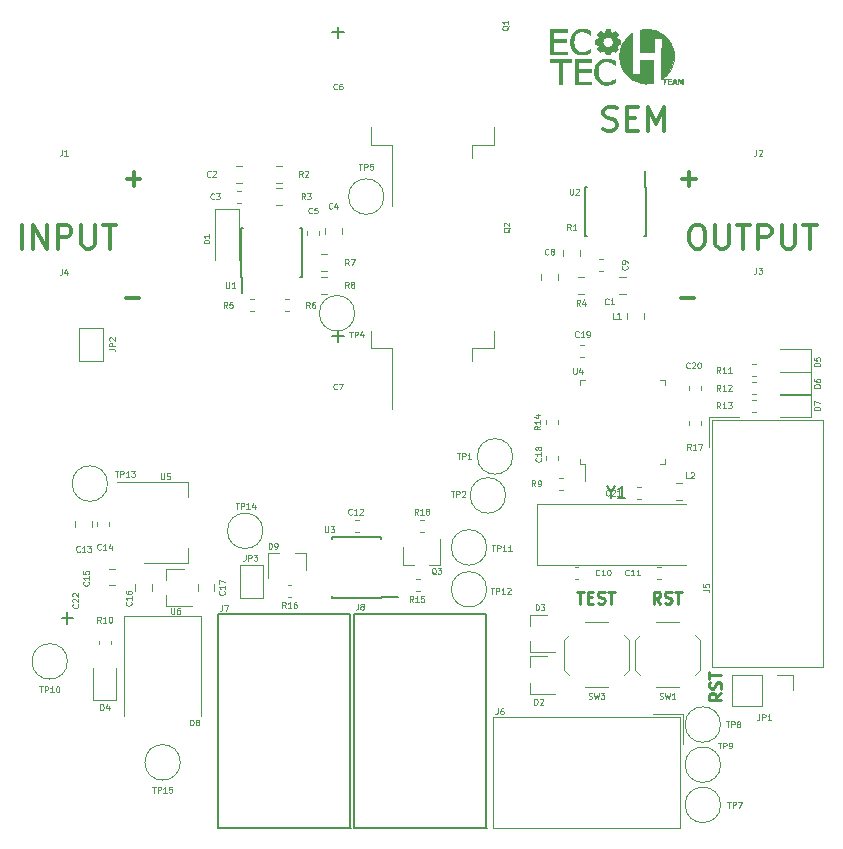
<source format=gto>
G04 #@! TF.GenerationSoftware,KiCad,Pcbnew,(5.0.2)-1*
G04 #@! TF.CreationDate,2019-05-09T18:04:06+02:00*
G04 #@! TF.ProjectId,MotorDriver,4d6f746f-7244-4726-9976-65722e6b6963,rev?*
G04 #@! TF.SameCoordinates,Original*
G04 #@! TF.FileFunction,Legend,Top*
G04 #@! TF.FilePolarity,Positive*
%FSLAX46Y46*%
G04 Gerber Fmt 4.6, Leading zero omitted, Abs format (unit mm)*
G04 Created by KiCad (PCBNEW (5.0.2)-1) date 09.05.2019 18:04:07*
%MOMM*%
%LPD*%
G01*
G04 APERTURE LIST*
%ADD10C,0.250000*%
%ADD11C,0.300000*%
%ADD12C,0.010000*%
%ADD13C,0.150000*%
%ADD14C,0.120000*%
%ADD15C,0.100000*%
G04 APERTURE END LIST*
D10*
X149154761Y-119952380D02*
X149726190Y-119952380D01*
X149440476Y-120952380D02*
X149440476Y-119952380D01*
X150059523Y-120428571D02*
X150392857Y-120428571D01*
X150535714Y-120952380D02*
X150059523Y-120952380D01*
X150059523Y-119952380D01*
X150535714Y-119952380D01*
X150916666Y-120904761D02*
X151059523Y-120952380D01*
X151297619Y-120952380D01*
X151392857Y-120904761D01*
X151440476Y-120857142D01*
X151488095Y-120761904D01*
X151488095Y-120666666D01*
X151440476Y-120571428D01*
X151392857Y-120523809D01*
X151297619Y-120476190D01*
X151107142Y-120428571D01*
X151011904Y-120380952D01*
X150964285Y-120333333D01*
X150916666Y-120238095D01*
X150916666Y-120142857D01*
X150964285Y-120047619D01*
X151011904Y-120000000D01*
X151107142Y-119952380D01*
X151345238Y-119952380D01*
X151488095Y-120000000D01*
X151773809Y-119952380D02*
X152345238Y-119952380D01*
X152059523Y-120952380D02*
X152059523Y-119952380D01*
X156202380Y-120952380D02*
X155869047Y-120476190D01*
X155630952Y-120952380D02*
X155630952Y-119952380D01*
X156011904Y-119952380D01*
X156107142Y-120000000D01*
X156154761Y-120047619D01*
X156202380Y-120142857D01*
X156202380Y-120285714D01*
X156154761Y-120380952D01*
X156107142Y-120428571D01*
X156011904Y-120476190D01*
X155630952Y-120476190D01*
X156583333Y-120904761D02*
X156726190Y-120952380D01*
X156964285Y-120952380D01*
X157059523Y-120904761D01*
X157107142Y-120857142D01*
X157154761Y-120761904D01*
X157154761Y-120666666D01*
X157107142Y-120571428D01*
X157059523Y-120523809D01*
X156964285Y-120476190D01*
X156773809Y-120428571D01*
X156678571Y-120380952D01*
X156630952Y-120333333D01*
X156583333Y-120238095D01*
X156583333Y-120142857D01*
X156630952Y-120047619D01*
X156678571Y-120000000D01*
X156773809Y-119952380D01*
X157011904Y-119952380D01*
X157154761Y-120000000D01*
X157440476Y-119952380D02*
X158011904Y-119952380D01*
X157726190Y-120952380D02*
X157726190Y-119952380D01*
X161352380Y-128547619D02*
X160876190Y-128880952D01*
X161352380Y-129119047D02*
X160352380Y-129119047D01*
X160352380Y-128738095D01*
X160400000Y-128642857D01*
X160447619Y-128595238D01*
X160542857Y-128547619D01*
X160685714Y-128547619D01*
X160780952Y-128595238D01*
X160828571Y-128642857D01*
X160876190Y-128738095D01*
X160876190Y-129119047D01*
X161304761Y-128166666D02*
X161352380Y-128023809D01*
X161352380Y-127785714D01*
X161304761Y-127690476D01*
X161257142Y-127642857D01*
X161161904Y-127595238D01*
X161066666Y-127595238D01*
X160971428Y-127642857D01*
X160923809Y-127690476D01*
X160876190Y-127785714D01*
X160828571Y-127976190D01*
X160780952Y-128071428D01*
X160733333Y-128119047D01*
X160638095Y-128166666D01*
X160542857Y-128166666D01*
X160447619Y-128119047D01*
X160400000Y-128071428D01*
X160352380Y-127976190D01*
X160352380Y-127738095D01*
X160400000Y-127595238D01*
X160352380Y-127309523D02*
X160352380Y-126738095D01*
X161352380Y-127023809D02*
X160352380Y-127023809D01*
D11*
X157928571Y-95107142D02*
X159071428Y-95107142D01*
X158607142Y-85571428D02*
X158607142Y-84428571D01*
X159178571Y-85000000D02*
X158035714Y-85000000D01*
X159140476Y-88904761D02*
X159521428Y-88904761D01*
X159711904Y-89000000D01*
X159902380Y-89190476D01*
X159997619Y-89571428D01*
X159997619Y-90238095D01*
X159902380Y-90619047D01*
X159711904Y-90809523D01*
X159521428Y-90904761D01*
X159140476Y-90904761D01*
X158950000Y-90809523D01*
X158759523Y-90619047D01*
X158664285Y-90238095D01*
X158664285Y-89571428D01*
X158759523Y-89190476D01*
X158950000Y-89000000D01*
X159140476Y-88904761D01*
X160854761Y-88904761D02*
X160854761Y-90523809D01*
X160950000Y-90714285D01*
X161045238Y-90809523D01*
X161235714Y-90904761D01*
X161616666Y-90904761D01*
X161807142Y-90809523D01*
X161902380Y-90714285D01*
X161997619Y-90523809D01*
X161997619Y-88904761D01*
X162664285Y-88904761D02*
X163807142Y-88904761D01*
X163235714Y-90904761D02*
X163235714Y-88904761D01*
X164473809Y-90904761D02*
X164473809Y-88904761D01*
X165235714Y-88904761D01*
X165426190Y-89000000D01*
X165521428Y-89095238D01*
X165616666Y-89285714D01*
X165616666Y-89571428D01*
X165521428Y-89761904D01*
X165426190Y-89857142D01*
X165235714Y-89952380D01*
X164473809Y-89952380D01*
X166473809Y-88904761D02*
X166473809Y-90523809D01*
X166569047Y-90714285D01*
X166664285Y-90809523D01*
X166854761Y-90904761D01*
X167235714Y-90904761D01*
X167426190Y-90809523D01*
X167521428Y-90714285D01*
X167616666Y-90523809D01*
X167616666Y-88904761D01*
X168283333Y-88904761D02*
X169426190Y-88904761D01*
X168854761Y-90904761D02*
X168854761Y-88904761D01*
X110928571Y-95107142D02*
X112071428Y-95107142D01*
X111607142Y-85571428D02*
X111607142Y-84428571D01*
X112178571Y-85000000D02*
X111035714Y-85000000D01*
X102142857Y-90904761D02*
X102142857Y-88904761D01*
X103095238Y-90904761D02*
X103095238Y-88904761D01*
X104238095Y-90904761D01*
X104238095Y-88904761D01*
X105190476Y-90904761D02*
X105190476Y-88904761D01*
X105952380Y-88904761D01*
X106142857Y-89000000D01*
X106238095Y-89095238D01*
X106333333Y-89285714D01*
X106333333Y-89571428D01*
X106238095Y-89761904D01*
X106142857Y-89857142D01*
X105952380Y-89952380D01*
X105190476Y-89952380D01*
X107190476Y-88904761D02*
X107190476Y-90523809D01*
X107285714Y-90714285D01*
X107380952Y-90809523D01*
X107571428Y-90904761D01*
X107952380Y-90904761D01*
X108142857Y-90809523D01*
X108238095Y-90714285D01*
X108333333Y-90523809D01*
X108333333Y-88904761D01*
X109000000Y-88904761D02*
X110142857Y-88904761D01*
X109571428Y-90904761D02*
X109571428Y-88904761D01*
X151380952Y-80809523D02*
X151666666Y-80904761D01*
X152142857Y-80904761D01*
X152333333Y-80809523D01*
X152428571Y-80714285D01*
X152523809Y-80523809D01*
X152523809Y-80333333D01*
X152428571Y-80142857D01*
X152333333Y-80047619D01*
X152142857Y-79952380D01*
X151761904Y-79857142D01*
X151571428Y-79761904D01*
X151476190Y-79666666D01*
X151380952Y-79476190D01*
X151380952Y-79285714D01*
X151476190Y-79095238D01*
X151571428Y-79000000D01*
X151761904Y-78904761D01*
X152238095Y-78904761D01*
X152523809Y-79000000D01*
X153380952Y-79857142D02*
X154047619Y-79857142D01*
X154333333Y-80904761D02*
X153380952Y-80904761D01*
X153380952Y-78904761D01*
X154333333Y-78904761D01*
X155190476Y-80904761D02*
X155190476Y-78904761D01*
X155857142Y-80333333D01*
X156523809Y-78904761D01*
X156523809Y-80904761D01*
D12*
G04 #@! TO.C,*
G36*
X151726990Y-74828601D02*
X151843482Y-74839822D01*
X151945562Y-74859344D01*
X151949494Y-74860368D01*
X151995249Y-74873897D01*
X152053356Y-74893166D01*
X152117882Y-74915966D01*
X152182894Y-74940088D01*
X152242458Y-74963322D01*
X152290641Y-74983459D01*
X152321510Y-74998289D01*
X152324329Y-74999949D01*
X152331537Y-75011973D01*
X152335922Y-75039394D01*
X152337725Y-75085368D01*
X152337188Y-75153049D01*
X152336933Y-75164753D01*
X152333350Y-75319554D01*
X152244450Y-75254161D01*
X152133283Y-75182393D01*
X152011827Y-75121376D01*
X151890037Y-75075901D01*
X151851893Y-75065228D01*
X151761736Y-75048657D01*
X151661152Y-75040579D01*
X151559695Y-75041113D01*
X151466917Y-75050379D01*
X151420783Y-75059819D01*
X151301597Y-75103039D01*
X151195561Y-75167046D01*
X151103485Y-75250425D01*
X151026179Y-75351764D01*
X150964453Y-75469647D01*
X150919116Y-75602660D01*
X150890980Y-75749391D01*
X150880852Y-75908424D01*
X150883136Y-75998550D01*
X150901536Y-76161940D01*
X150937535Y-76308788D01*
X150990666Y-76438449D01*
X151060464Y-76550280D01*
X151146464Y-76643640D01*
X151248201Y-76717884D01*
X151365208Y-76772371D01*
X151463400Y-76800030D01*
X151552008Y-76811832D01*
X151653792Y-76814048D01*
X151758548Y-76807018D01*
X151856072Y-76791083D01*
X151876150Y-76786261D01*
X151961945Y-76757444D01*
X152056631Y-76714298D01*
X152151824Y-76661121D01*
X152239145Y-76602211D01*
X152247625Y-76595784D01*
X152339700Y-76525136D01*
X152339700Y-76839339D01*
X152253975Y-76878546D01*
X152158768Y-76920423D01*
X152076765Y-76952385D01*
X151999367Y-76977543D01*
X151927694Y-76996660D01*
X151857362Y-77009870D01*
X151771862Y-77019885D01*
X151679390Y-77026294D01*
X151588141Y-77028682D01*
X151506308Y-77026637D01*
X151448337Y-77020803D01*
X151309413Y-76992111D01*
X151189152Y-76952070D01*
X151082404Y-76898158D01*
X150984016Y-76827858D01*
X150904600Y-76754840D01*
X150821045Y-76662331D01*
X150761421Y-76577767D01*
X150749869Y-76557132D01*
X150693769Y-76427402D01*
X150652377Y-76281774D01*
X150625976Y-76125256D01*
X150614850Y-75962856D01*
X150619283Y-75799582D01*
X150639557Y-75640444D01*
X150675957Y-75490450D01*
X150687493Y-75455303D01*
X150749838Y-75312269D01*
X150831398Y-75185378D01*
X150930935Y-75075713D01*
X151047213Y-74984354D01*
X151178995Y-74912380D01*
X151325046Y-74860873D01*
X151383759Y-74846947D01*
X151487857Y-74831944D01*
X151605357Y-74825902D01*
X151726990Y-74828601D01*
X151726990Y-74828601D01*
G37*
X151726990Y-74828601D02*
X151843482Y-74839822D01*
X151945562Y-74859344D01*
X151949494Y-74860368D01*
X151995249Y-74873897D01*
X152053356Y-74893166D01*
X152117882Y-74915966D01*
X152182894Y-74940088D01*
X152242458Y-74963322D01*
X152290641Y-74983459D01*
X152321510Y-74998289D01*
X152324329Y-74999949D01*
X152331537Y-75011973D01*
X152335922Y-75039394D01*
X152337725Y-75085368D01*
X152337188Y-75153049D01*
X152336933Y-75164753D01*
X152333350Y-75319554D01*
X152244450Y-75254161D01*
X152133283Y-75182393D01*
X152011827Y-75121376D01*
X151890037Y-75075901D01*
X151851893Y-75065228D01*
X151761736Y-75048657D01*
X151661152Y-75040579D01*
X151559695Y-75041113D01*
X151466917Y-75050379D01*
X151420783Y-75059819D01*
X151301597Y-75103039D01*
X151195561Y-75167046D01*
X151103485Y-75250425D01*
X151026179Y-75351764D01*
X150964453Y-75469647D01*
X150919116Y-75602660D01*
X150890980Y-75749391D01*
X150880852Y-75908424D01*
X150883136Y-75998550D01*
X150901536Y-76161940D01*
X150937535Y-76308788D01*
X150990666Y-76438449D01*
X151060464Y-76550280D01*
X151146464Y-76643640D01*
X151248201Y-76717884D01*
X151365208Y-76772371D01*
X151463400Y-76800030D01*
X151552008Y-76811832D01*
X151653792Y-76814048D01*
X151758548Y-76807018D01*
X151856072Y-76791083D01*
X151876150Y-76786261D01*
X151961945Y-76757444D01*
X152056631Y-76714298D01*
X152151824Y-76661121D01*
X152239145Y-76602211D01*
X152247625Y-76595784D01*
X152339700Y-76525136D01*
X152339700Y-76839339D01*
X152253975Y-76878546D01*
X152158768Y-76920423D01*
X152076765Y-76952385D01*
X151999367Y-76977543D01*
X151927694Y-76996660D01*
X151857362Y-77009870D01*
X151771862Y-77019885D01*
X151679390Y-77026294D01*
X151588141Y-77028682D01*
X151506308Y-77026637D01*
X151448337Y-77020803D01*
X151309413Y-76992111D01*
X151189152Y-76952070D01*
X151082404Y-76898158D01*
X150984016Y-76827858D01*
X150904600Y-76754840D01*
X150821045Y-76662331D01*
X150761421Y-76577767D01*
X150749869Y-76557132D01*
X150693769Y-76427402D01*
X150652377Y-76281774D01*
X150625976Y-76125256D01*
X150614850Y-75962856D01*
X150619283Y-75799582D01*
X150639557Y-75640444D01*
X150675957Y-75490450D01*
X150687493Y-75455303D01*
X150749838Y-75312269D01*
X150831398Y-75185378D01*
X150930935Y-75075713D01*
X151047213Y-74984354D01*
X151178995Y-74912380D01*
X151325046Y-74860873D01*
X151383759Y-74846947D01*
X151487857Y-74831944D01*
X151605357Y-74825902D01*
X151726990Y-74828601D01*
G36*
X155144050Y-72303607D02*
X155365489Y-72324304D01*
X155582817Y-72364693D01*
X155791298Y-72424542D01*
X155793101Y-72425162D01*
X155881617Y-72459303D01*
X155982635Y-72504269D01*
X156089009Y-72556394D01*
X156193596Y-72612009D01*
X156289248Y-72667448D01*
X156368823Y-72719041D01*
X156377283Y-72725037D01*
X156528831Y-72844820D01*
X156675568Y-72982033D01*
X156811912Y-73130756D01*
X156932277Y-73285070D01*
X156997299Y-73382350D01*
X157113995Y-73592844D01*
X157207167Y-73810901D01*
X157276924Y-74034777D01*
X157323376Y-74262731D01*
X157346635Y-74493020D01*
X157346810Y-74723903D01*
X157324011Y-74953637D01*
X157278349Y-75180480D01*
X157209933Y-75402691D01*
X157118874Y-75618527D01*
X157005282Y-75826246D01*
X156869267Y-76024106D01*
X156826821Y-76077945D01*
X156753951Y-76162310D01*
X156672044Y-76248144D01*
X156587282Y-76329453D01*
X156505845Y-76400245D01*
X156450026Y-76443292D01*
X156414569Y-76469951D01*
X156389047Y-76491491D01*
X156378915Y-76503303D01*
X156378909Y-76503375D01*
X156390617Y-76506816D01*
X156423174Y-76509703D01*
X156472028Y-76511790D01*
X156532632Y-76512829D01*
X156553983Y-76512900D01*
X156625207Y-76513287D01*
X156674697Y-76514716D01*
X156706111Y-76517581D01*
X156723108Y-76522280D01*
X156729345Y-76529209D01*
X156729666Y-76531950D01*
X156724336Y-76542423D01*
X156705215Y-76548354D01*
X156667603Y-76550777D01*
X156643176Y-76551000D01*
X156556686Y-76551000D01*
X156553218Y-76776261D01*
X156551667Y-76858406D01*
X156549695Y-76918494D01*
X156546963Y-76959867D01*
X156543134Y-76985870D01*
X156537869Y-76999844D01*
X156530831Y-77005132D01*
X156530080Y-77005300D01*
X156507502Y-77003725D01*
X156501505Y-77000172D01*
X156498597Y-76985139D01*
X156496087Y-76949014D01*
X156494142Y-76896103D01*
X156492929Y-76830715D01*
X156492600Y-76771133D01*
X156492600Y-76551000D01*
X156285200Y-76551000D01*
X156293514Y-74823800D01*
X156301828Y-73096599D01*
X155965414Y-73096600D01*
X155629000Y-73096600D01*
X155626037Y-73607775D01*
X155625375Y-73723117D01*
X155624755Y-73833710D01*
X155624192Y-73936239D01*
X155623706Y-74027392D01*
X155623312Y-74103855D01*
X155623030Y-74162316D01*
X155622877Y-74199462D01*
X155622862Y-74204696D01*
X155622650Y-74290443D01*
X155035275Y-74290421D01*
X154447900Y-74290400D01*
X154447900Y-72375715D01*
X154502424Y-72361986D01*
X154707781Y-72322216D01*
X154923235Y-72302833D01*
X155144050Y-72303607D01*
X155144050Y-72303607D01*
G37*
X155144050Y-72303607D02*
X155365489Y-72324304D01*
X155582817Y-72364693D01*
X155791298Y-72424542D01*
X155793101Y-72425162D01*
X155881617Y-72459303D01*
X155982635Y-72504269D01*
X156089009Y-72556394D01*
X156193596Y-72612009D01*
X156289248Y-72667448D01*
X156368823Y-72719041D01*
X156377283Y-72725037D01*
X156528831Y-72844820D01*
X156675568Y-72982033D01*
X156811912Y-73130756D01*
X156932277Y-73285070D01*
X156997299Y-73382350D01*
X157113995Y-73592844D01*
X157207167Y-73810901D01*
X157276924Y-74034777D01*
X157323376Y-74262731D01*
X157346635Y-74493020D01*
X157346810Y-74723903D01*
X157324011Y-74953637D01*
X157278349Y-75180480D01*
X157209933Y-75402691D01*
X157118874Y-75618527D01*
X157005282Y-75826246D01*
X156869267Y-76024106D01*
X156826821Y-76077945D01*
X156753951Y-76162310D01*
X156672044Y-76248144D01*
X156587282Y-76329453D01*
X156505845Y-76400245D01*
X156450026Y-76443292D01*
X156414569Y-76469951D01*
X156389047Y-76491491D01*
X156378915Y-76503303D01*
X156378909Y-76503375D01*
X156390617Y-76506816D01*
X156423174Y-76509703D01*
X156472028Y-76511790D01*
X156532632Y-76512829D01*
X156553983Y-76512900D01*
X156625207Y-76513287D01*
X156674697Y-76514716D01*
X156706111Y-76517581D01*
X156723108Y-76522280D01*
X156729345Y-76529209D01*
X156729666Y-76531950D01*
X156724336Y-76542423D01*
X156705215Y-76548354D01*
X156667603Y-76550777D01*
X156643176Y-76551000D01*
X156556686Y-76551000D01*
X156553218Y-76776261D01*
X156551667Y-76858406D01*
X156549695Y-76918494D01*
X156546963Y-76959867D01*
X156543134Y-76985870D01*
X156537869Y-76999844D01*
X156530831Y-77005132D01*
X156530080Y-77005300D01*
X156507502Y-77003725D01*
X156501505Y-77000172D01*
X156498597Y-76985139D01*
X156496087Y-76949014D01*
X156494142Y-76896103D01*
X156492929Y-76830715D01*
X156492600Y-76771133D01*
X156492600Y-76551000D01*
X156285200Y-76551000D01*
X156293514Y-74823800D01*
X156301828Y-73096599D01*
X155965414Y-73096600D01*
X155629000Y-73096600D01*
X155626037Y-73607775D01*
X155625375Y-73723117D01*
X155624755Y-73833710D01*
X155624192Y-73936239D01*
X155623706Y-74027392D01*
X155623312Y-74103855D01*
X155623030Y-74162316D01*
X155622877Y-74199462D01*
X155622862Y-74204696D01*
X155622650Y-74290443D01*
X155035275Y-74290421D01*
X154447900Y-74290400D01*
X154447900Y-72375715D01*
X154502424Y-72361986D01*
X154707781Y-72322216D01*
X154923235Y-72302833D01*
X155144050Y-72303607D01*
G36*
X157036097Y-76513349D02*
X157081776Y-76515004D01*
X157109706Y-76518322D01*
X157123707Y-76523761D01*
X157127599Y-76531781D01*
X157127600Y-76531950D01*
X157123511Y-76540649D01*
X157108513Y-76546308D01*
X157078505Y-76549513D01*
X157029386Y-76550849D01*
X156994250Y-76551000D01*
X156860900Y-76551000D01*
X156860900Y-76716100D01*
X156987900Y-76716100D01*
X157047122Y-76716729D01*
X157085144Y-76719035D01*
X157106144Y-76723645D01*
X157114298Y-76731185D01*
X157114900Y-76735150D01*
X157110703Y-76744033D01*
X157095327Y-76749736D01*
X157064595Y-76752886D01*
X157014329Y-76754109D01*
X156987900Y-76754200D01*
X156860900Y-76754200D01*
X156860900Y-76957400D01*
X156995181Y-76957400D01*
X157055003Y-76957778D01*
X157093679Y-76959396D01*
X157115459Y-76962981D01*
X157124591Y-76969260D01*
X157125324Y-76978957D01*
X157125201Y-76979625D01*
X157120631Y-76989100D01*
X157108408Y-76995698D01*
X157084353Y-77000092D01*
X157044288Y-77002958D01*
X156984036Y-77004971D01*
X156965520Y-77005415D01*
X156810100Y-77008981D01*
X156810100Y-76512900D01*
X156968850Y-76512900D01*
X157036097Y-76513349D01*
X157036097Y-76513349D01*
G37*
X157036097Y-76513349D02*
X157081776Y-76515004D01*
X157109706Y-76518322D01*
X157123707Y-76523761D01*
X157127599Y-76531781D01*
X157127600Y-76531950D01*
X157123511Y-76540649D01*
X157108513Y-76546308D01*
X157078505Y-76549513D01*
X157029386Y-76550849D01*
X156994250Y-76551000D01*
X156860900Y-76551000D01*
X156860900Y-76716100D01*
X156987900Y-76716100D01*
X157047122Y-76716729D01*
X157085144Y-76719035D01*
X157106144Y-76723645D01*
X157114298Y-76731185D01*
X157114900Y-76735150D01*
X157110703Y-76744033D01*
X157095327Y-76749736D01*
X157064595Y-76752886D01*
X157014329Y-76754109D01*
X156987900Y-76754200D01*
X156860900Y-76754200D01*
X156860900Y-76957400D01*
X156995181Y-76957400D01*
X157055003Y-76957778D01*
X157093679Y-76959396D01*
X157115459Y-76962981D01*
X157124591Y-76969260D01*
X157125324Y-76978957D01*
X157125201Y-76979625D01*
X157120631Y-76989100D01*
X157108408Y-76995698D01*
X157084353Y-77000092D01*
X157044288Y-77002958D01*
X156984036Y-77004971D01*
X156965520Y-77005415D01*
X156810100Y-77008981D01*
X156810100Y-76512900D01*
X156968850Y-76512900D01*
X157036097Y-76513349D01*
G36*
X157515170Y-76749673D02*
X157542455Y-76822831D01*
X157566765Y-76887916D01*
X157586688Y-76941155D01*
X157600812Y-76978776D01*
X157607726Y-76997007D01*
X157608083Y-76997907D01*
X157600792Y-77005747D01*
X157582604Y-77008200D01*
X157564205Y-77004140D01*
X157549455Y-76988409D01*
X157534268Y-76955674D01*
X157526633Y-76935175D01*
X157500375Y-76862150D01*
X157276420Y-76862150D01*
X157250347Y-76935175D01*
X157231505Y-76980254D01*
X157214346Y-77003373D01*
X157201337Y-77008200D01*
X157182464Y-77000989D01*
X157179106Y-76992325D01*
X157183609Y-76975934D01*
X157195723Y-76939761D01*
X157214049Y-76887772D01*
X157237188Y-76823934D01*
X157243573Y-76806684D01*
X157296783Y-76806684D01*
X157304731Y-76813349D01*
X157327308Y-76816621D01*
X157369133Y-76817654D01*
X157387950Y-76817700D01*
X157437144Y-76817153D01*
X157465569Y-76814744D01*
X157477845Y-76809322D01*
X157478592Y-76799734D01*
X157477102Y-76795475D01*
X157468886Y-76773825D01*
X157454595Y-76735297D01*
X157436817Y-76686887D01*
X157429849Y-76667802D01*
X157412383Y-76621517D01*
X157398057Y-76586572D01*
X157389024Y-76568089D01*
X157387235Y-76566530D01*
X157381207Y-76579536D01*
X157368739Y-76610609D01*
X157352129Y-76653964D01*
X157345386Y-76671978D01*
X157326966Y-76721310D01*
X157311133Y-76763387D01*
X157300593Y-76791022D01*
X157298847Y-76795475D01*
X157296783Y-76806684D01*
X157243573Y-76806684D01*
X157263739Y-76752212D01*
X157265371Y-76747850D01*
X157295106Y-76668780D01*
X157317733Y-76610347D01*
X157334945Y-76569360D01*
X157348436Y-76542630D01*
X157359898Y-76526966D01*
X157371024Y-76519179D01*
X157383510Y-76516078D01*
X157388711Y-76515490D01*
X157426491Y-76511731D01*
X157515170Y-76749673D01*
X157515170Y-76749673D01*
G37*
X157515170Y-76749673D02*
X157542455Y-76822831D01*
X157566765Y-76887916D01*
X157586688Y-76941155D01*
X157600812Y-76978776D01*
X157607726Y-76997007D01*
X157608083Y-76997907D01*
X157600792Y-77005747D01*
X157582604Y-77008200D01*
X157564205Y-77004140D01*
X157549455Y-76988409D01*
X157534268Y-76955674D01*
X157526633Y-76935175D01*
X157500375Y-76862150D01*
X157276420Y-76862150D01*
X157250347Y-76935175D01*
X157231505Y-76980254D01*
X157214346Y-77003373D01*
X157201337Y-77008200D01*
X157182464Y-77000989D01*
X157179106Y-76992325D01*
X157183609Y-76975934D01*
X157195723Y-76939761D01*
X157214049Y-76887772D01*
X157237188Y-76823934D01*
X157243573Y-76806684D01*
X157296783Y-76806684D01*
X157304731Y-76813349D01*
X157327308Y-76816621D01*
X157369133Y-76817654D01*
X157387950Y-76817700D01*
X157437144Y-76817153D01*
X157465569Y-76814744D01*
X157477845Y-76809322D01*
X157478592Y-76799734D01*
X157477102Y-76795475D01*
X157468886Y-76773825D01*
X157454595Y-76735297D01*
X157436817Y-76686887D01*
X157429849Y-76667802D01*
X157412383Y-76621517D01*
X157398057Y-76586572D01*
X157389024Y-76568089D01*
X157387235Y-76566530D01*
X157381207Y-76579536D01*
X157368739Y-76610609D01*
X157352129Y-76653964D01*
X157345386Y-76671978D01*
X157326966Y-76721310D01*
X157311133Y-76763387D01*
X157300593Y-76791022D01*
X157298847Y-76795475D01*
X157296783Y-76806684D01*
X157243573Y-76806684D01*
X157263739Y-76752212D01*
X157265371Y-76747850D01*
X157295106Y-76668780D01*
X157317733Y-76610347D01*
X157334945Y-76569360D01*
X157348436Y-76542630D01*
X157359898Y-76526966D01*
X157371024Y-76519179D01*
X157383510Y-76516078D01*
X157388711Y-76515490D01*
X157426491Y-76511731D01*
X157515170Y-76749673D01*
G36*
X157737580Y-76514697D02*
X157751509Y-76522594D01*
X157766374Y-76540346D01*
X157784983Y-76571711D01*
X157810139Y-76620444D01*
X157826100Y-76652600D01*
X157853055Y-76706100D01*
X157876301Y-76750133D01*
X157893447Y-76780313D01*
X157902102Y-76792258D01*
X157902300Y-76792300D01*
X157910369Y-76781589D01*
X157927073Y-76752380D01*
X157950020Y-76709055D01*
X157976820Y-76655999D01*
X157978500Y-76652600D01*
X158007995Y-76593743D01*
X158029536Y-76554138D01*
X158045928Y-76530029D01*
X158059976Y-76517659D01*
X158074485Y-76513273D01*
X158082814Y-76512900D01*
X158118200Y-76512900D01*
X158118200Y-76760550D01*
X158118090Y-76845614D01*
X158117539Y-76908592D01*
X158116210Y-76952795D01*
X158113767Y-76981535D01*
X158109875Y-76998127D01*
X158104198Y-77005881D01*
X158096400Y-77008111D01*
X158093099Y-77008200D01*
X158083976Y-77006937D01*
X158077288Y-77000801D01*
X158072576Y-76986272D01*
X158069379Y-76959828D01*
X158067237Y-76917948D01*
X158065688Y-76857112D01*
X158064524Y-76789732D01*
X158061050Y-76571264D01*
X157988506Y-76719882D01*
X157960495Y-76775321D01*
X157935423Y-76821367D01*
X157915757Y-76853735D01*
X157903964Y-76868144D01*
X157902884Y-76868500D01*
X157892602Y-76857788D01*
X157873703Y-76828472D01*
X157848702Y-76784779D01*
X157820112Y-76730935D01*
X157814161Y-76719275D01*
X157738517Y-76570050D01*
X157737858Y-76789125D01*
X157737488Y-76868450D01*
X157736649Y-76925897D01*
X157734922Y-76964986D01*
X157731887Y-76989239D01*
X157727127Y-77002177D01*
X157720222Y-77007322D01*
X157711800Y-77008200D01*
X157703076Y-77007181D01*
X157696619Y-77001916D01*
X157692086Y-76989091D01*
X157689139Y-76965390D01*
X157687437Y-76927500D01*
X157686641Y-76872106D01*
X157686410Y-76795895D01*
X157686400Y-76760550D01*
X157686400Y-76512900D01*
X157721785Y-76512900D01*
X157737580Y-76514697D01*
X157737580Y-76514697D01*
G37*
X157737580Y-76514697D02*
X157751509Y-76522594D01*
X157766374Y-76540346D01*
X157784983Y-76571711D01*
X157810139Y-76620444D01*
X157826100Y-76652600D01*
X157853055Y-76706100D01*
X157876301Y-76750133D01*
X157893447Y-76780313D01*
X157902102Y-76792258D01*
X157902300Y-76792300D01*
X157910369Y-76781589D01*
X157927073Y-76752380D01*
X157950020Y-76709055D01*
X157976820Y-76655999D01*
X157978500Y-76652600D01*
X158007995Y-76593743D01*
X158029536Y-76554138D01*
X158045928Y-76530029D01*
X158059976Y-76517659D01*
X158074485Y-76513273D01*
X158082814Y-76512900D01*
X158118200Y-76512900D01*
X158118200Y-76760550D01*
X158118090Y-76845614D01*
X158117539Y-76908592D01*
X158116210Y-76952795D01*
X158113767Y-76981535D01*
X158109875Y-76998127D01*
X158104198Y-77005881D01*
X158096400Y-77008111D01*
X158093099Y-77008200D01*
X158083976Y-77006937D01*
X158077288Y-77000801D01*
X158072576Y-76986272D01*
X158069379Y-76959828D01*
X158067237Y-76917948D01*
X158065688Y-76857112D01*
X158064524Y-76789732D01*
X158061050Y-76571264D01*
X157988506Y-76719882D01*
X157960495Y-76775321D01*
X157935423Y-76821367D01*
X157915757Y-76853735D01*
X157903964Y-76868144D01*
X157902884Y-76868500D01*
X157892602Y-76857788D01*
X157873703Y-76828472D01*
X157848702Y-76784779D01*
X157820112Y-76730935D01*
X157814161Y-76719275D01*
X157738517Y-76570050D01*
X157737858Y-76789125D01*
X157737488Y-76868450D01*
X157736649Y-76925897D01*
X157734922Y-76964986D01*
X157731887Y-76989239D01*
X157727127Y-77002177D01*
X157720222Y-77007322D01*
X157711800Y-77008200D01*
X157703076Y-77007181D01*
X157696619Y-77001916D01*
X157692086Y-76989091D01*
X157689139Y-76965390D01*
X157687437Y-76927500D01*
X157686641Y-76872106D01*
X157686410Y-76795895D01*
X157686400Y-76760550D01*
X157686400Y-76512900D01*
X157721785Y-76512900D01*
X157737580Y-76514697D01*
G36*
X148644000Y-75077800D02*
X147882000Y-75077800D01*
X147882000Y-76995500D01*
X147615300Y-76995500D01*
X147615300Y-75077800D01*
X146859650Y-75077800D01*
X146859650Y-74861900D01*
X148644000Y-74861900D01*
X148644000Y-75077800D01*
X148644000Y-75077800D01*
G37*
X148644000Y-75077800D02*
X147882000Y-75077800D01*
X147882000Y-76995500D01*
X147615300Y-76995500D01*
X147615300Y-75077800D01*
X146859650Y-75077800D01*
X146859650Y-74861900D01*
X148644000Y-74861900D01*
X148644000Y-75077800D01*
G36*
X150333100Y-75077800D02*
X149202800Y-75077800D01*
X149202800Y-75712800D01*
X150307700Y-75712800D01*
X150307700Y-75941400D01*
X149202800Y-75941400D01*
X149202800Y-76766900D01*
X150333100Y-76766900D01*
X150333100Y-76995500D01*
X148948800Y-76995500D01*
X148948800Y-74861900D01*
X150333100Y-74861900D01*
X150333100Y-75077800D01*
X150333100Y-75077800D01*
G37*
X150333100Y-75077800D02*
X149202800Y-75077800D01*
X149202800Y-75712800D01*
X150307700Y-75712800D01*
X150307700Y-75941400D01*
X149202800Y-75941400D01*
X149202800Y-76766900D01*
X150333100Y-76766900D01*
X150333100Y-76995500D01*
X148948800Y-76995500D01*
X148948800Y-74861900D01*
X150333100Y-74861900D01*
X150333100Y-75077800D01*
G36*
X153771670Y-74402717D02*
X153774890Y-76131900D01*
X154447900Y-76131900D01*
X154447900Y-74963500D01*
X155616300Y-74963500D01*
X155616300Y-76853764D01*
X155530575Y-76872983D01*
X155399054Y-76897051D01*
X155254127Y-76914274D01*
X155105323Y-76924001D01*
X154962171Y-76925581D01*
X154847950Y-76919669D01*
X154602608Y-76885531D01*
X154367144Y-76828070D01*
X154142073Y-76747533D01*
X153927907Y-76644165D01*
X153725160Y-76518210D01*
X153534345Y-76369915D01*
X153368400Y-76212535D01*
X153237635Y-76066110D01*
X153125647Y-75916863D01*
X153026425Y-75756422D01*
X152982458Y-75674700D01*
X152882015Y-75453198D01*
X152805996Y-75226519D01*
X152754311Y-74996135D01*
X152726870Y-74763518D01*
X152723582Y-74530141D01*
X152744358Y-74297477D01*
X152789108Y-74066998D01*
X152857742Y-73840177D01*
X152950169Y-73618486D01*
X153066299Y-73403399D01*
X153127168Y-73307808D01*
X153197617Y-73211718D01*
X153284067Y-73108512D01*
X153380777Y-73004205D01*
X153482007Y-72904812D01*
X153582014Y-72816348D01*
X153640768Y-72769716D01*
X153768450Y-72673535D01*
X153771670Y-74402717D01*
X153771670Y-74402717D01*
G37*
X153771670Y-74402717D02*
X153774890Y-76131900D01*
X154447900Y-76131900D01*
X154447900Y-74963500D01*
X155616300Y-74963500D01*
X155616300Y-76853764D01*
X155530575Y-76872983D01*
X155399054Y-76897051D01*
X155254127Y-76914274D01*
X155105323Y-76924001D01*
X154962171Y-76925581D01*
X154847950Y-76919669D01*
X154602608Y-76885531D01*
X154367144Y-76828070D01*
X154142073Y-76747533D01*
X153927907Y-76644165D01*
X153725160Y-76518210D01*
X153534345Y-76369915D01*
X153368400Y-76212535D01*
X153237635Y-76066110D01*
X153125647Y-75916863D01*
X153026425Y-75756422D01*
X152982458Y-75674700D01*
X152882015Y-75453198D01*
X152805996Y-75226519D01*
X152754311Y-74996135D01*
X152726870Y-74763518D01*
X152723582Y-74530141D01*
X152744358Y-74297477D01*
X152789108Y-74066998D01*
X152857742Y-73840177D01*
X152950169Y-73618486D01*
X153066299Y-73403399D01*
X153127168Y-73307808D01*
X153197617Y-73211718D01*
X153284067Y-73108512D01*
X153380777Y-73004205D01*
X153482007Y-72904812D01*
X153582014Y-72816348D01*
X153640768Y-72769716D01*
X153768450Y-72673535D01*
X153771670Y-74402717D01*
G36*
X148263000Y-72525100D02*
X147693616Y-72525100D01*
X147575870Y-72525213D01*
X147466115Y-72525539D01*
X147366920Y-72526054D01*
X147280859Y-72526734D01*
X147210500Y-72527554D01*
X147158415Y-72528493D01*
X147127175Y-72529526D01*
X147118941Y-72530372D01*
X147117633Y-72543990D01*
X147116725Y-72579537D01*
X147116234Y-72633547D01*
X147116180Y-72702551D01*
X147116580Y-72783083D01*
X147117251Y-72854605D01*
X147120853Y-73173566D01*
X147679231Y-73170008D01*
X148237610Y-73166450D01*
X148237605Y-73277442D01*
X148237600Y-73388435D01*
X147678435Y-73391742D01*
X147119270Y-73395050D01*
X147119270Y-74233250D01*
X148263000Y-74239858D01*
X148263000Y-74468200D01*
X146853300Y-74468200D01*
X146853300Y-72296500D01*
X148263000Y-72296500D01*
X148263000Y-72525100D01*
X148263000Y-72525100D01*
G37*
X148263000Y-72525100D02*
X147693616Y-72525100D01*
X147575870Y-72525213D01*
X147466115Y-72525539D01*
X147366920Y-72526054D01*
X147280859Y-72526734D01*
X147210500Y-72527554D01*
X147158415Y-72528493D01*
X147127175Y-72529526D01*
X147118941Y-72530372D01*
X147117633Y-72543990D01*
X147116725Y-72579537D01*
X147116234Y-72633547D01*
X147116180Y-72702551D01*
X147116580Y-72783083D01*
X147117251Y-72854605D01*
X147120853Y-73173566D01*
X147679231Y-73170008D01*
X148237610Y-73166450D01*
X148237605Y-73277442D01*
X148237600Y-73388435D01*
X147678435Y-73391742D01*
X147119270Y-73395050D01*
X147119270Y-74233250D01*
X148263000Y-74239858D01*
X148263000Y-74468200D01*
X146853300Y-74468200D01*
X146853300Y-72296500D01*
X148263000Y-72296500D01*
X148263000Y-72525100D01*
G36*
X149704734Y-72301471D02*
X149827509Y-72317221D01*
X149948082Y-72345727D01*
X150074268Y-72388693D01*
X150164825Y-72425974D01*
X150282300Y-72477065D01*
X150282300Y-72628082D01*
X150281768Y-72686629D01*
X150280321Y-72734600D01*
X150278178Y-72767067D01*
X150275560Y-72779099D01*
X150275542Y-72779100D01*
X150262896Y-72772270D01*
X150234414Y-72753907D01*
X150194957Y-72727203D01*
X150168559Y-72708870D01*
X150034033Y-72625116D01*
X149901536Y-72564749D01*
X149767176Y-72526456D01*
X149627057Y-72508924D01*
X149571100Y-72507432D01*
X149431595Y-72517721D01*
X149306091Y-72549169D01*
X149194315Y-72601924D01*
X149095994Y-72676136D01*
X149010853Y-72771954D01*
X148968143Y-72836250D01*
X148915482Y-72944713D01*
X148875716Y-73070230D01*
X148849800Y-73207437D01*
X148838689Y-73350969D01*
X148843338Y-73495463D01*
X148846052Y-73522314D01*
X148872242Y-73678384D01*
X148913827Y-73814974D01*
X148971437Y-73933272D01*
X149045703Y-74034463D01*
X149137254Y-74119737D01*
X149179045Y-74149781D01*
X149255738Y-74194957D01*
X149332411Y-74226218D01*
X149415860Y-74245365D01*
X149512881Y-74254197D01*
X149577450Y-74255304D01*
X149718379Y-74247557D01*
X149844548Y-74223755D01*
X149962050Y-74181825D01*
X150076976Y-74119698D01*
X150172513Y-74053034D01*
X150218155Y-74018441D01*
X150249018Y-73998157D01*
X150267984Y-73994230D01*
X150277936Y-74008712D01*
X150281758Y-74043653D01*
X150282333Y-74101103D01*
X150282300Y-74131117D01*
X150282300Y-74279352D01*
X150188171Y-74322842D01*
X150097069Y-74361601D01*
X149999801Y-74397274D01*
X149904581Y-74427161D01*
X149819626Y-74448561D01*
X149787000Y-74454692D01*
X149719470Y-74462086D01*
X149636746Y-74465899D01*
X149547194Y-74466232D01*
X149459181Y-74463186D01*
X149381074Y-74456860D01*
X149329800Y-74449200D01*
X149179633Y-74407117D01*
X149044355Y-74344621D01*
X148924586Y-74262314D01*
X148820946Y-74160797D01*
X148734056Y-74040672D01*
X148664537Y-73902540D01*
X148615631Y-73757000D01*
X148605598Y-73716763D01*
X148598177Y-73678807D01*
X148592985Y-73638244D01*
X148589640Y-73590184D01*
X148587761Y-73529741D01*
X148586966Y-73452025D01*
X148586850Y-73388700D01*
X148588082Y-73271716D01*
X148592467Y-73174754D01*
X148601033Y-73092523D01*
X148614809Y-73019733D01*
X148634824Y-72951093D01*
X148662107Y-72881314D01*
X148697688Y-72805105D01*
X148702114Y-72796181D01*
X148780284Y-72665625D01*
X148874888Y-72554266D01*
X148985362Y-72462429D01*
X149111142Y-72390437D01*
X149251665Y-72338614D01*
X149406364Y-72307284D01*
X149571942Y-72296774D01*
X149704734Y-72301471D01*
X149704734Y-72301471D01*
G37*
X149704734Y-72301471D02*
X149827509Y-72317221D01*
X149948082Y-72345727D01*
X150074268Y-72388693D01*
X150164825Y-72425974D01*
X150282300Y-72477065D01*
X150282300Y-72628082D01*
X150281768Y-72686629D01*
X150280321Y-72734600D01*
X150278178Y-72767067D01*
X150275560Y-72779099D01*
X150275542Y-72779100D01*
X150262896Y-72772270D01*
X150234414Y-72753907D01*
X150194957Y-72727203D01*
X150168559Y-72708870D01*
X150034033Y-72625116D01*
X149901536Y-72564749D01*
X149767176Y-72526456D01*
X149627057Y-72508924D01*
X149571100Y-72507432D01*
X149431595Y-72517721D01*
X149306091Y-72549169D01*
X149194315Y-72601924D01*
X149095994Y-72676136D01*
X149010853Y-72771954D01*
X148968143Y-72836250D01*
X148915482Y-72944713D01*
X148875716Y-73070230D01*
X148849800Y-73207437D01*
X148838689Y-73350969D01*
X148843338Y-73495463D01*
X148846052Y-73522314D01*
X148872242Y-73678384D01*
X148913827Y-73814974D01*
X148971437Y-73933272D01*
X149045703Y-74034463D01*
X149137254Y-74119737D01*
X149179045Y-74149781D01*
X149255738Y-74194957D01*
X149332411Y-74226218D01*
X149415860Y-74245365D01*
X149512881Y-74254197D01*
X149577450Y-74255304D01*
X149718379Y-74247557D01*
X149844548Y-74223755D01*
X149962050Y-74181825D01*
X150076976Y-74119698D01*
X150172513Y-74053034D01*
X150218155Y-74018441D01*
X150249018Y-73998157D01*
X150267984Y-73994230D01*
X150277936Y-74008712D01*
X150281758Y-74043653D01*
X150282333Y-74101103D01*
X150282300Y-74131117D01*
X150282300Y-74279352D01*
X150188171Y-74322842D01*
X150097069Y-74361601D01*
X149999801Y-74397274D01*
X149904581Y-74427161D01*
X149819626Y-74448561D01*
X149787000Y-74454692D01*
X149719470Y-74462086D01*
X149636746Y-74465899D01*
X149547194Y-74466232D01*
X149459181Y-74463186D01*
X149381074Y-74456860D01*
X149329800Y-74449200D01*
X149179633Y-74407117D01*
X149044355Y-74344621D01*
X148924586Y-74262314D01*
X148820946Y-74160797D01*
X148734056Y-74040672D01*
X148664537Y-73902540D01*
X148615631Y-73757000D01*
X148605598Y-73716763D01*
X148598177Y-73678807D01*
X148592985Y-73638244D01*
X148589640Y-73590184D01*
X148587761Y-73529741D01*
X148586966Y-73452025D01*
X148586850Y-73388700D01*
X148588082Y-73271716D01*
X148592467Y-73174754D01*
X148601033Y-73092523D01*
X148614809Y-73019733D01*
X148634824Y-72951093D01*
X148662107Y-72881314D01*
X148697688Y-72805105D01*
X148702114Y-72796181D01*
X148780284Y-72665625D01*
X148874888Y-72554266D01*
X148985362Y-72462429D01*
X149111142Y-72390437D01*
X149251665Y-72338614D01*
X149406364Y-72307284D01*
X149571942Y-72296774D01*
X149704734Y-72301471D01*
G36*
X151609952Y-72307258D02*
X151645381Y-72308268D01*
X151695647Y-72308950D01*
X151755327Y-72309200D01*
X151907554Y-72309200D01*
X151949002Y-72444649D01*
X151990450Y-72580099D01*
X152060197Y-72610948D01*
X152129944Y-72641796D01*
X152266635Y-72574353D01*
X152403326Y-72506909D01*
X152486770Y-72589029D01*
X152527286Y-72629992D01*
X152563494Y-72668536D01*
X152589494Y-72698310D01*
X152595504Y-72706049D01*
X152620793Y-72740949D01*
X152554849Y-72867049D01*
X152488904Y-72993149D01*
X152518108Y-73063610D01*
X152547313Y-73134070D01*
X152684806Y-73179885D01*
X152822300Y-73225700D01*
X152822300Y-73548995D01*
X152548626Y-73631927D01*
X152520814Y-73708293D01*
X152493001Y-73784658D01*
X152557160Y-73912509D01*
X152621318Y-74040359D01*
X152396850Y-74264275D01*
X152268583Y-74198698D01*
X152140316Y-74133122D01*
X152065421Y-74165466D01*
X151990526Y-74197811D01*
X151944372Y-74329830D01*
X151898217Y-74461850D01*
X151582637Y-74468922D01*
X151538893Y-74333048D01*
X151495150Y-74197174D01*
X151420746Y-74165377D01*
X151346343Y-74133580D01*
X151216267Y-74198271D01*
X151086192Y-74262962D01*
X150975293Y-74151547D01*
X150864395Y-74040132D01*
X150994361Y-73781144D01*
X150965355Y-73705861D01*
X150936350Y-73630578D01*
X150669650Y-73546738D01*
X150666104Y-73386342D01*
X150666036Y-73383265D01*
X151302721Y-73383265D01*
X151310056Y-73475471D01*
X151334353Y-73558785D01*
X151337820Y-73566500D01*
X151382110Y-73645607D01*
X151434936Y-73707461D01*
X151488654Y-73750549D01*
X151582357Y-73800877D01*
X151681657Y-73827113D01*
X151783540Y-73829030D01*
X151884990Y-73806402D01*
X151937900Y-73784208D01*
X152025932Y-73728059D01*
X152096231Y-73654406D01*
X152147483Y-73568024D01*
X152165206Y-73525516D01*
X152175448Y-73485551D01*
X152180063Y-73438177D01*
X152180950Y-73388432D01*
X152179837Y-73331053D01*
X152175013Y-73288717D01*
X152164243Y-73251112D01*
X152145297Y-73207924D01*
X152139141Y-73195291D01*
X152085246Y-73109574D01*
X152015253Y-73041125D01*
X151925726Y-72986621D01*
X151920600Y-72984167D01*
X151878773Y-72966627D01*
X151839066Y-72956499D01*
X151791622Y-72951952D01*
X151742800Y-72951099D01*
X151682278Y-72952581D01*
X151636969Y-72958281D01*
X151596789Y-72970080D01*
X151562504Y-72984736D01*
X151480487Y-73035389D01*
X151407652Y-73104299D01*
X151351054Y-73184408D01*
X151338836Y-73208404D01*
X151312323Y-73291224D01*
X151302721Y-73383265D01*
X150666036Y-73383265D01*
X150662558Y-73225947D01*
X150801416Y-73179677D01*
X150940274Y-73133408D01*
X150997726Y-72991854D01*
X150933132Y-72861973D01*
X150868537Y-72732092D01*
X150981952Y-72619202D01*
X151095367Y-72506313D01*
X151225408Y-72574435D01*
X151355450Y-72642557D01*
X151424399Y-72611904D01*
X151493349Y-72581250D01*
X151539766Y-72442050D01*
X151558680Y-72387634D01*
X151575404Y-72343752D01*
X151588069Y-72315036D01*
X151594641Y-72306025D01*
X151609952Y-72307258D01*
X151609952Y-72307258D01*
G37*
X151609952Y-72307258D02*
X151645381Y-72308268D01*
X151695647Y-72308950D01*
X151755327Y-72309200D01*
X151907554Y-72309200D01*
X151949002Y-72444649D01*
X151990450Y-72580099D01*
X152060197Y-72610948D01*
X152129944Y-72641796D01*
X152266635Y-72574353D01*
X152403326Y-72506909D01*
X152486770Y-72589029D01*
X152527286Y-72629992D01*
X152563494Y-72668536D01*
X152589494Y-72698310D01*
X152595504Y-72706049D01*
X152620793Y-72740949D01*
X152554849Y-72867049D01*
X152488904Y-72993149D01*
X152518108Y-73063610D01*
X152547313Y-73134070D01*
X152684806Y-73179885D01*
X152822300Y-73225700D01*
X152822300Y-73548995D01*
X152548626Y-73631927D01*
X152520814Y-73708293D01*
X152493001Y-73784658D01*
X152557160Y-73912509D01*
X152621318Y-74040359D01*
X152396850Y-74264275D01*
X152268583Y-74198698D01*
X152140316Y-74133122D01*
X152065421Y-74165466D01*
X151990526Y-74197811D01*
X151944372Y-74329830D01*
X151898217Y-74461850D01*
X151582637Y-74468922D01*
X151538893Y-74333048D01*
X151495150Y-74197174D01*
X151420746Y-74165377D01*
X151346343Y-74133580D01*
X151216267Y-74198271D01*
X151086192Y-74262962D01*
X150975293Y-74151547D01*
X150864395Y-74040132D01*
X150994361Y-73781144D01*
X150965355Y-73705861D01*
X150936350Y-73630578D01*
X150669650Y-73546738D01*
X150666104Y-73386342D01*
X150666036Y-73383265D01*
X151302721Y-73383265D01*
X151310056Y-73475471D01*
X151334353Y-73558785D01*
X151337820Y-73566500D01*
X151382110Y-73645607D01*
X151434936Y-73707461D01*
X151488654Y-73750549D01*
X151582357Y-73800877D01*
X151681657Y-73827113D01*
X151783540Y-73829030D01*
X151884990Y-73806402D01*
X151937900Y-73784208D01*
X152025932Y-73728059D01*
X152096231Y-73654406D01*
X152147483Y-73568024D01*
X152165206Y-73525516D01*
X152175448Y-73485551D01*
X152180063Y-73438177D01*
X152180950Y-73388432D01*
X152179837Y-73331053D01*
X152175013Y-73288717D01*
X152164243Y-73251112D01*
X152145297Y-73207924D01*
X152139141Y-73195291D01*
X152085246Y-73109574D01*
X152015253Y-73041125D01*
X151925726Y-72986621D01*
X151920600Y-72984167D01*
X151878773Y-72966627D01*
X151839066Y-72956499D01*
X151791622Y-72951952D01*
X151742800Y-72951099D01*
X151682278Y-72952581D01*
X151636969Y-72958281D01*
X151596789Y-72970080D01*
X151562504Y-72984736D01*
X151480487Y-73035389D01*
X151407652Y-73104299D01*
X151351054Y-73184408D01*
X151338836Y-73208404D01*
X151312323Y-73291224D01*
X151302721Y-73383265D01*
X150666036Y-73383265D01*
X150662558Y-73225947D01*
X150801416Y-73179677D01*
X150940274Y-73133408D01*
X150997726Y-72991854D01*
X150933132Y-72861973D01*
X150868537Y-72732092D01*
X150981952Y-72619202D01*
X151095367Y-72506313D01*
X151225408Y-72574435D01*
X151355450Y-72642557D01*
X151424399Y-72611904D01*
X151493349Y-72581250D01*
X151539766Y-72442050D01*
X151558680Y-72387634D01*
X151575404Y-72343752D01*
X151588069Y-72315036D01*
X151594641Y-72306025D01*
X151609952Y-72307258D01*
D13*
G04 #@! TO.C,C22*
X106000000Y-121700000D02*
X106000000Y-122700000D01*
X106500000Y-122200000D02*
X105500000Y-122200000D01*
G04 #@! TO.C,C7*
X128400000Y-98300000D02*
X129400000Y-98300000D01*
X128900000Y-98800000D02*
X128900000Y-97800000D01*
G04 #@! TO.C,C6*
X128400000Y-72600000D02*
X129400000Y-72600000D01*
X128900000Y-73100000D02*
X128900000Y-72100000D01*
G04 #@! TO.C,J7*
X118760000Y-121850000D02*
X118760000Y-139850000D01*
X129960000Y-139850000D02*
X129960000Y-121850000D01*
X129960000Y-121850000D02*
X118760000Y-121850000D01*
X118760000Y-139950000D02*
X129985000Y-139950000D01*
G04 #@! TO.C,J8*
X130260000Y-121850000D02*
X130260000Y-139850000D01*
X141460000Y-139850000D02*
X141460000Y-121850000D01*
X141460000Y-121850000D02*
X130260000Y-121850000D01*
X130260000Y-139950000D02*
X141485000Y-139950000D01*
D14*
G04 #@! TO.C,Y1*
X158400000Y-112550000D02*
X145800000Y-112550000D01*
X145800000Y-112550000D02*
X145800000Y-117650000D01*
X145800000Y-117650000D02*
X158400000Y-117650000D01*
G04 #@! TO.C,J6*
X158100000Y-130345000D02*
X158100000Y-132885000D01*
X158100000Y-130345000D02*
X155560000Y-130345000D01*
X157850000Y-130595000D02*
X157850000Y-139945000D01*
X142070000Y-130595000D02*
X157850000Y-130595000D01*
X142070000Y-139945000D02*
X142070000Y-130595000D01*
X157850000Y-139945000D02*
X142070000Y-139945000D01*
G04 #@! TO.C,TP15*
X115560000Y-134400000D02*
G75*
G03X115560000Y-134400000I-1500000J0D01*
G01*
G04 #@! TO.C,TP8*
X161300000Y-131200000D02*
G75*
G03X161300000Y-131200000I-1500000J0D01*
G01*
G04 #@! TO.C,TP1*
X143700000Y-108500000D02*
G75*
G03X143700000Y-108500000I-1500000J0D01*
G01*
G04 #@! TO.C,TP4*
X130325000Y-96375000D02*
G75*
G03X130325000Y-96375000I-1500000J0D01*
G01*
G04 #@! TO.C,TP7*
X161300000Y-138000000D02*
G75*
G03X161300000Y-138000000I-1500000J0D01*
G01*
G04 #@! TO.C,TP9*
X161300000Y-134600000D02*
G75*
G03X161300000Y-134600000I-1500000J0D01*
G01*
G04 #@! TO.C,TP10*
X106000000Y-125850000D02*
G75*
G03X106000000Y-125850000I-1500000J0D01*
G01*
G04 #@! TO.C,TP11*
X141500000Y-116200000D02*
G75*
G03X141500000Y-116200000I-1500000J0D01*
G01*
G04 #@! TO.C,TP13*
X109400000Y-110800000D02*
G75*
G03X109400000Y-110800000I-1500000J0D01*
G01*
G04 #@! TO.C,TP14*
X122550000Y-114800000D02*
G75*
G03X122550000Y-114800000I-1500000J0D01*
G01*
G04 #@! TO.C,TP12*
X141500000Y-119750000D02*
G75*
G03X141500000Y-119750000I-1500000J0D01*
G01*
G04 #@! TO.C,TP5*
X132800000Y-86500000D02*
G75*
G03X132800000Y-86500000I-1500000J0D01*
G01*
G04 #@! TO.C,TP2*
X143100000Y-111800000D02*
G75*
G03X143100000Y-111800000I-1500000J0D01*
G01*
G04 #@! TO.C,J5*
X169945000Y-105450000D02*
X169945000Y-126310000D01*
X169945000Y-126310000D02*
X160595000Y-126310000D01*
X160595000Y-126310000D02*
X160595000Y-105450000D01*
X160595000Y-105450000D02*
X169945000Y-105450000D01*
X160345000Y-105200000D02*
X160345000Y-107740000D01*
X160345000Y-105200000D02*
X162885000Y-105200000D01*
G04 #@! TO.C,JP2*
X107000000Y-97600000D02*
X109000000Y-97600000D01*
X107000000Y-100400000D02*
X107000000Y-97600000D01*
X109000000Y-100400000D02*
X107000000Y-100400000D01*
X109000000Y-97600000D02*
X109000000Y-100400000D01*
G04 #@! TO.C,U4*
X156560000Y-109160000D02*
X156560000Y-108740000D01*
X149440000Y-109160000D02*
X149860000Y-109160000D01*
X149860000Y-109160000D02*
X149860000Y-110540000D01*
X149440000Y-102040000D02*
X149440000Y-102460000D01*
X156560000Y-102040000D02*
X156560000Y-102460000D01*
X149440000Y-109160000D02*
X149440000Y-108740000D01*
X156560000Y-109160000D02*
X156140000Y-109160000D01*
X156560000Y-102040000D02*
X156140000Y-102040000D01*
X149440000Y-102040000D02*
X149860000Y-102040000D01*
G04 #@! TO.C,R5*
X121437221Y-96210000D02*
X121762779Y-96210000D01*
X121437221Y-95190000D02*
X121762779Y-95190000D01*
G04 #@! TO.C,C10*
X148937221Y-118910000D02*
X149262779Y-118910000D01*
X148937221Y-117890000D02*
X149262779Y-117890000D01*
G04 #@! TO.C,R13*
X164262779Y-103690000D02*
X163937221Y-103690000D01*
X164262779Y-104710000D02*
X163937221Y-104710000D01*
G04 #@! TO.C,C21*
X154562779Y-111090000D02*
X154237221Y-111090000D01*
X154562779Y-112110000D02*
X154237221Y-112110000D01*
G04 #@! TO.C,C1*
X153258578Y-93290000D02*
X152741422Y-93290000D01*
X153258578Y-94710000D02*
X152741422Y-94710000D01*
G04 #@! TO.C,R2*
X124158578Y-83890000D02*
X123641422Y-83890000D01*
X124158578Y-85310000D02*
X123641422Y-85310000D01*
G04 #@! TO.C,SW3*
X148050000Y-126550000D02*
X148050000Y-124050000D01*
X149800000Y-128050000D02*
X151800000Y-128050000D01*
X153550000Y-126550000D02*
X153550000Y-124050000D01*
X149800000Y-122550000D02*
X151800000Y-122550000D01*
X148500000Y-127000000D02*
X148050000Y-126550000D01*
X148500000Y-123600000D02*
X148050000Y-124050000D01*
X153100000Y-123600000D02*
X153550000Y-124050000D01*
X153100000Y-127000000D02*
X153550000Y-126550000D01*
G04 #@! TO.C,SW1*
X154050000Y-126550000D02*
X154050000Y-124050000D01*
X155800000Y-128050000D02*
X157800000Y-128050000D01*
X159550000Y-126550000D02*
X159550000Y-124050000D01*
X155800000Y-122550000D02*
X157800000Y-122550000D01*
X154500000Y-127000000D02*
X154050000Y-126550000D01*
X154500000Y-123600000D02*
X154050000Y-124050000D01*
X159100000Y-123600000D02*
X159550000Y-124050000D01*
X159100000Y-127000000D02*
X159550000Y-126550000D01*
G04 #@! TO.C,C5*
X126290000Y-89437221D02*
X126290000Y-89762779D01*
X127310000Y-89437221D02*
X127310000Y-89762779D01*
G04 #@! TO.C,C3*
X120337221Y-87010000D02*
X120662779Y-87010000D01*
X120337221Y-85990000D02*
X120662779Y-85990000D01*
G04 #@! TO.C,C9*
X151362779Y-91790000D02*
X151037221Y-91790000D01*
X151362779Y-92810000D02*
X151037221Y-92810000D01*
G04 #@! TO.C,C12*
X130662779Y-113890000D02*
X130337221Y-113890000D01*
X130662779Y-114910000D02*
X130337221Y-114910000D01*
G04 #@! TO.C,C14*
X108527500Y-114375279D02*
X108527500Y-114049721D01*
X109547500Y-114375279D02*
X109547500Y-114049721D01*
G04 #@! TO.C,C18*
X147510000Y-108762779D02*
X147510000Y-108437221D01*
X146490000Y-108762779D02*
X146490000Y-108437221D01*
G04 #@! TO.C,C19*
X149437221Y-100110000D02*
X149762779Y-100110000D01*
X149437221Y-99090000D02*
X149762779Y-99090000D01*
G04 #@! TO.C,C20*
X158590000Y-102537221D02*
X158590000Y-102862779D01*
X159610000Y-102537221D02*
X159610000Y-102862779D01*
G04 #@! TO.C,C11*
X156262779Y-117890000D02*
X155937221Y-117890000D01*
X156262779Y-118910000D02*
X155937221Y-118910000D01*
G04 #@! TO.C,C15*
X109996078Y-119410000D02*
X109478922Y-119410000D01*
X109996078Y-117990000D02*
X109478922Y-117990000D01*
G04 #@! TO.C,C8*
X146090000Y-93041422D02*
X146090000Y-93558578D01*
X147510000Y-93041422D02*
X147510000Y-93558578D01*
G04 #@! TO.C,C13*
X106627500Y-114458578D02*
X106627500Y-113941422D01*
X108047500Y-114458578D02*
X108047500Y-113941422D01*
G04 #@! TO.C,C16*
X113147500Y-119341422D02*
X113147500Y-119858578D01*
X111727500Y-119341422D02*
X111727500Y-119858578D01*
G04 #@! TO.C,C17*
X118447500Y-119341422D02*
X118447500Y-119858578D01*
X117027500Y-119341422D02*
X117027500Y-119858578D01*
G04 #@! TO.C,C4*
X127790000Y-89141422D02*
X127790000Y-89658578D01*
X129210000Y-89141422D02*
X129210000Y-89658578D01*
G04 #@! TO.C,C2*
X120241422Y-85310000D02*
X120758578Y-85310000D01*
X120241422Y-83890000D02*
X120758578Y-83890000D01*
G04 #@! TO.C,JP1*
X167430000Y-126970000D02*
X167430000Y-128300000D01*
X166100000Y-126970000D02*
X167430000Y-126970000D01*
X164830000Y-126970000D02*
X164830000Y-129630000D01*
X164830000Y-129630000D02*
X162230000Y-129630000D01*
X164830000Y-126970000D02*
X162230000Y-126970000D01*
X162230000Y-126970000D02*
X162230000Y-129630000D01*
G04 #@! TO.C,D1*
X118500000Y-87550000D02*
X118500000Y-91850000D01*
X120500000Y-87550000D02*
X118500000Y-87550000D01*
X120500000Y-91850000D02*
X120500000Y-87550000D01*
G04 #@! TO.C,D8*
X117310000Y-122050000D02*
X117310000Y-130450000D01*
X110810000Y-122050000D02*
X110810000Y-130450000D01*
X110810000Y-122050000D02*
X117310000Y-122050000D01*
G04 #@! TO.C,L2*
X158058578Y-110790000D02*
X157541422Y-110790000D01*
X158058578Y-112210000D02*
X157541422Y-112210000D01*
G04 #@! TO.C,L1*
X154810000Y-96896078D02*
X154810000Y-96378922D01*
X153390000Y-96896078D02*
X153390000Y-96378922D01*
G04 #@! TO.C,JP3*
X120600000Y-120500000D02*
X120600000Y-117700000D01*
X120600000Y-117700000D02*
X122600000Y-117700000D01*
X122600000Y-117700000D02*
X122600000Y-120500000D01*
X122600000Y-120500000D02*
X120600000Y-120500000D01*
G04 #@! TO.C,D5*
X168985000Y-99440000D02*
X166300000Y-99440000D01*
X168985000Y-101360000D02*
X168985000Y-99440000D01*
X166300000Y-101360000D02*
X168985000Y-101360000D01*
G04 #@! TO.C,D6*
X168985000Y-101340000D02*
X166300000Y-101340000D01*
X168985000Y-103260000D02*
X168985000Y-101340000D01*
X166300000Y-103260000D02*
X168985000Y-103260000D01*
G04 #@! TO.C,D7*
X168985000Y-103240000D02*
X166300000Y-103240000D01*
X168985000Y-105160000D02*
X168985000Y-103240000D01*
X166300000Y-105160000D02*
X168985000Y-105160000D01*
G04 #@! TO.C,D4*
X110120000Y-129135000D02*
X110120000Y-126450000D01*
X108200000Y-129135000D02*
X110120000Y-129135000D01*
X108200000Y-126450000D02*
X108200000Y-129135000D01*
D13*
G04 #@! TO.C,U1*
X120775000Y-93275000D02*
X120775000Y-94675000D01*
X125875000Y-93275000D02*
X125875000Y-89125000D01*
X120725000Y-93275000D02*
X120725000Y-89125000D01*
X125875000Y-93275000D02*
X125730000Y-93275000D01*
X125875000Y-89125000D02*
X125730000Y-89125000D01*
X120725000Y-89125000D02*
X120870000Y-89125000D01*
X120725000Y-93275000D02*
X120775000Y-93275000D01*
G04 #@! TO.C,U2*
X154925000Y-85725000D02*
X154925000Y-84325000D01*
X149825000Y-85725000D02*
X149825000Y-89875000D01*
X154975000Y-85725000D02*
X154975000Y-89875000D01*
X149825000Y-85725000D02*
X149970000Y-85725000D01*
X149825000Y-89875000D02*
X149970000Y-89875000D01*
X154975000Y-89875000D02*
X154830000Y-89875000D01*
X154975000Y-85725000D02*
X154925000Y-85725000D01*
G04 #@! TO.C,U3*
X132575000Y-120425000D02*
X133975000Y-120425000D01*
X132575000Y-115325000D02*
X128425000Y-115325000D01*
X132575000Y-120475000D02*
X128425000Y-120475000D01*
X132575000Y-115325000D02*
X132575000Y-115470000D01*
X128425000Y-115325000D02*
X128425000Y-115470000D01*
X128425000Y-120475000D02*
X128425000Y-120330000D01*
X132575000Y-120475000D02*
X132575000Y-120425000D01*
D14*
G04 #@! TO.C,U5*
X116247500Y-117510000D02*
X116247500Y-116250000D01*
X116247500Y-110690000D02*
X116247500Y-111950000D01*
X112487500Y-117510000D02*
X116247500Y-117510000D01*
X110237500Y-110690000D02*
X116247500Y-110690000D01*
G04 #@! TO.C,Q3*
X134420000Y-117660000D02*
X134420000Y-116200000D01*
X137580000Y-117660000D02*
X137580000Y-115500000D01*
X137580000Y-117660000D02*
X136650000Y-117660000D01*
X134420000Y-117660000D02*
X135350000Y-117660000D01*
G04 #@! TO.C,D3*
X145140000Y-121920000D02*
X146600000Y-121920000D01*
X145140000Y-125080000D02*
X147300000Y-125080000D01*
X145140000Y-125080000D02*
X145140000Y-124150000D01*
X145140000Y-121920000D02*
X145140000Y-122850000D01*
G04 #@! TO.C,U6*
X114377500Y-118020000D02*
X114377500Y-118950000D01*
X114377500Y-121180000D02*
X114377500Y-120250000D01*
X114377500Y-121180000D02*
X116537500Y-121180000D01*
X114377500Y-118020000D02*
X115837500Y-118020000D01*
G04 #@! TO.C,D2*
X145140000Y-125420000D02*
X146600000Y-125420000D01*
X145140000Y-128580000D02*
X147300000Y-128580000D01*
X145140000Y-128580000D02*
X145140000Y-127650000D01*
X145140000Y-125420000D02*
X145140000Y-126350000D01*
G04 #@! TO.C,D9*
X126180000Y-116640000D02*
X126180000Y-118100000D01*
X123020000Y-116640000D02*
X123020000Y-118800000D01*
X123020000Y-116640000D02*
X123950000Y-116640000D01*
X126180000Y-116640000D02*
X125250000Y-116640000D01*
G04 #@! TO.C,Q2*
X140290000Y-99350000D02*
X140290000Y-100450000D01*
X142100000Y-99350000D02*
X140290000Y-99350000D01*
X142100000Y-97850000D02*
X142100000Y-99350000D01*
X133510000Y-99350000D02*
X133510000Y-104475000D01*
X131700000Y-99350000D02*
X133510000Y-99350000D01*
X131700000Y-97850000D02*
X131700000Y-99350000D01*
G04 #@! TO.C,Q1*
X140290000Y-82150000D02*
X140290000Y-83250000D01*
X142100000Y-82150000D02*
X140290000Y-82150000D01*
X142100000Y-80650000D02*
X142100000Y-82150000D01*
X133510000Y-82150000D02*
X133510000Y-87275000D01*
X131700000Y-82150000D02*
X133510000Y-82150000D01*
X131700000Y-80650000D02*
X131700000Y-82150000D01*
G04 #@! TO.C,R15*
X135537221Y-119910000D02*
X135862779Y-119910000D01*
X135537221Y-118890000D02*
X135862779Y-118890000D01*
G04 #@! TO.C,R6*
X124437221Y-96210000D02*
X124762779Y-96210000D01*
X124437221Y-95190000D02*
X124762779Y-95190000D01*
G04 #@! TO.C,R9*
X147950279Y-110290000D02*
X147624721Y-110290000D01*
X147950279Y-111310000D02*
X147624721Y-111310000D01*
G04 #@! TO.C,R10*
X108650000Y-124087221D02*
X108650000Y-124412779D01*
X109670000Y-124087221D02*
X109670000Y-124412779D01*
G04 #@! TO.C,R12*
X164262779Y-102190000D02*
X163937221Y-102190000D01*
X164262779Y-103210000D02*
X163937221Y-103210000D01*
G04 #@! TO.C,R14*
X147510000Y-105762779D02*
X147510000Y-105437221D01*
X146490000Y-105762779D02*
X146490000Y-105437221D01*
G04 #@! TO.C,R16*
X124962779Y-119390000D02*
X124637221Y-119390000D01*
X124962779Y-120410000D02*
X124637221Y-120410000D01*
G04 #@! TO.C,R17*
X158590000Y-105537221D02*
X158590000Y-105862779D01*
X159610000Y-105537221D02*
X159610000Y-105862779D01*
G04 #@! TO.C,R18*
X136162779Y-113890000D02*
X135837221Y-113890000D01*
X136162779Y-114910000D02*
X135837221Y-114910000D01*
G04 #@! TO.C,R11*
X164262779Y-100690000D02*
X163937221Y-100690000D01*
X164262779Y-101710000D02*
X163937221Y-101710000D01*
G04 #@! TO.C,R7*
X127958578Y-91390000D02*
X127441422Y-91390000D01*
X127958578Y-92810000D02*
X127441422Y-92810000D01*
G04 #@! TO.C,R8*
X127958578Y-93290000D02*
X127441422Y-93290000D01*
X127958578Y-94710000D02*
X127441422Y-94710000D01*
G04 #@! TO.C,R4*
X149241422Y-94710000D02*
X149758578Y-94710000D01*
X149241422Y-93290000D02*
X149758578Y-93290000D01*
G04 #@! TO.C,R3*
X124158578Y-85790000D02*
X123641422Y-85790000D01*
X124158578Y-87210000D02*
X123641422Y-87210000D01*
G04 #@! TO.C,R1*
X147990000Y-91041422D02*
X147990000Y-91558578D01*
X149410000Y-91041422D02*
X149410000Y-91558578D01*
G04 #@! TO.C,C22*
D15*
X106878571Y-121021428D02*
X106902380Y-121045238D01*
X106926190Y-121116666D01*
X106926190Y-121164285D01*
X106902380Y-121235714D01*
X106854761Y-121283333D01*
X106807142Y-121307142D01*
X106711904Y-121330952D01*
X106640476Y-121330952D01*
X106545238Y-121307142D01*
X106497619Y-121283333D01*
X106450000Y-121235714D01*
X106426190Y-121164285D01*
X106426190Y-121116666D01*
X106450000Y-121045238D01*
X106473809Y-121021428D01*
X106473809Y-120830952D02*
X106450000Y-120807142D01*
X106426190Y-120759523D01*
X106426190Y-120640476D01*
X106450000Y-120592857D01*
X106473809Y-120569047D01*
X106521428Y-120545238D01*
X106569047Y-120545238D01*
X106640476Y-120569047D01*
X106926190Y-120854761D01*
X106926190Y-120545238D01*
X106473809Y-120354761D02*
X106450000Y-120330952D01*
X106426190Y-120283333D01*
X106426190Y-120164285D01*
X106450000Y-120116666D01*
X106473809Y-120092857D01*
X106521428Y-120069047D01*
X106569047Y-120069047D01*
X106640476Y-120092857D01*
X106926190Y-120378571D01*
X106926190Y-120069047D01*
G04 #@! TO.C,C7*
X128816666Y-102778571D02*
X128792857Y-102802380D01*
X128721428Y-102826190D01*
X128673809Y-102826190D01*
X128602380Y-102802380D01*
X128554761Y-102754761D01*
X128530952Y-102707142D01*
X128507142Y-102611904D01*
X128507142Y-102540476D01*
X128530952Y-102445238D01*
X128554761Y-102397619D01*
X128602380Y-102350000D01*
X128673809Y-102326190D01*
X128721428Y-102326190D01*
X128792857Y-102350000D01*
X128816666Y-102373809D01*
X128983333Y-102326190D02*
X129316666Y-102326190D01*
X129102380Y-102826190D01*
G04 #@! TO.C,C6*
X128816666Y-77378571D02*
X128792857Y-77402380D01*
X128721428Y-77426190D01*
X128673809Y-77426190D01*
X128602380Y-77402380D01*
X128554761Y-77354761D01*
X128530952Y-77307142D01*
X128507142Y-77211904D01*
X128507142Y-77140476D01*
X128530952Y-77045238D01*
X128554761Y-76997619D01*
X128602380Y-76950000D01*
X128673809Y-76926190D01*
X128721428Y-76926190D01*
X128792857Y-76950000D01*
X128816666Y-76973809D01*
X129245238Y-76926190D02*
X129150000Y-76926190D01*
X129102380Y-76950000D01*
X129078571Y-76973809D01*
X129030952Y-77045238D01*
X129007142Y-77140476D01*
X129007142Y-77330952D01*
X129030952Y-77378571D01*
X129054761Y-77402380D01*
X129102380Y-77426190D01*
X129197619Y-77426190D01*
X129245238Y-77402380D01*
X129269047Y-77378571D01*
X129292857Y-77330952D01*
X129292857Y-77211904D01*
X129269047Y-77164285D01*
X129245238Y-77140476D01*
X129197619Y-77116666D01*
X129102380Y-77116666D01*
X129054761Y-77140476D01*
X129030952Y-77164285D01*
X129007142Y-77211904D01*
G04 #@! TO.C,J2*
X164333333Y-82526190D02*
X164333333Y-82883333D01*
X164309523Y-82954761D01*
X164261904Y-83002380D01*
X164190476Y-83026190D01*
X164142857Y-83026190D01*
X164547619Y-82573809D02*
X164571428Y-82550000D01*
X164619047Y-82526190D01*
X164738095Y-82526190D01*
X164785714Y-82550000D01*
X164809523Y-82573809D01*
X164833333Y-82621428D01*
X164833333Y-82669047D01*
X164809523Y-82740476D01*
X164523809Y-83026190D01*
X164833333Y-83026190D01*
G04 #@! TO.C,J3*
X164333333Y-92526190D02*
X164333333Y-92883333D01*
X164309523Y-92954761D01*
X164261904Y-93002380D01*
X164190476Y-93026190D01*
X164142857Y-93026190D01*
X164523809Y-92526190D02*
X164833333Y-92526190D01*
X164666666Y-92716666D01*
X164738095Y-92716666D01*
X164785714Y-92740476D01*
X164809523Y-92764285D01*
X164833333Y-92811904D01*
X164833333Y-92930952D01*
X164809523Y-92978571D01*
X164785714Y-93002380D01*
X164738095Y-93026190D01*
X164595238Y-93026190D01*
X164547619Y-93002380D01*
X164523809Y-92978571D01*
G04 #@! TO.C,J1*
X105533333Y-82526190D02*
X105533333Y-82883333D01*
X105509523Y-82954761D01*
X105461904Y-83002380D01*
X105390476Y-83026190D01*
X105342857Y-83026190D01*
X106033333Y-83026190D02*
X105747619Y-83026190D01*
X105890476Y-83026190D02*
X105890476Y-82526190D01*
X105842857Y-82597619D01*
X105795238Y-82645238D01*
X105747619Y-82669047D01*
G04 #@! TO.C,J4*
X105533333Y-92626190D02*
X105533333Y-92983333D01*
X105509523Y-93054761D01*
X105461904Y-93102380D01*
X105390476Y-93126190D01*
X105342857Y-93126190D01*
X105985714Y-92792857D02*
X105985714Y-93126190D01*
X105866666Y-92602380D02*
X105747619Y-92959523D01*
X106057142Y-92959523D01*
G04 #@! TO.C,J7*
X119093333Y-121076190D02*
X119093333Y-121433333D01*
X119069523Y-121504761D01*
X119021904Y-121552380D01*
X118950476Y-121576190D01*
X118902857Y-121576190D01*
X119283809Y-121076190D02*
X119617142Y-121076190D01*
X119402857Y-121576190D01*
G04 #@! TO.C,J8*
X130593333Y-120976190D02*
X130593333Y-121333333D01*
X130569523Y-121404761D01*
X130521904Y-121452380D01*
X130450476Y-121476190D01*
X130402857Y-121476190D01*
X130902857Y-121190476D02*
X130855238Y-121166666D01*
X130831428Y-121142857D01*
X130807619Y-121095238D01*
X130807619Y-121071428D01*
X130831428Y-121023809D01*
X130855238Y-121000000D01*
X130902857Y-120976190D01*
X130998095Y-120976190D01*
X131045714Y-121000000D01*
X131069523Y-121023809D01*
X131093333Y-121071428D01*
X131093333Y-121095238D01*
X131069523Y-121142857D01*
X131045714Y-121166666D01*
X130998095Y-121190476D01*
X130902857Y-121190476D01*
X130855238Y-121214285D01*
X130831428Y-121238095D01*
X130807619Y-121285714D01*
X130807619Y-121380952D01*
X130831428Y-121428571D01*
X130855238Y-121452380D01*
X130902857Y-121476190D01*
X130998095Y-121476190D01*
X131045714Y-121452380D01*
X131069523Y-121428571D01*
X131093333Y-121380952D01*
X131093333Y-121285714D01*
X131069523Y-121238095D01*
X131045714Y-121214285D01*
X130998095Y-121190476D01*
G04 #@! TO.C,Y1*
D13*
X152023809Y-111526190D02*
X152023809Y-112002380D01*
X151690476Y-111002380D02*
X152023809Y-111526190D01*
X152357142Y-111002380D01*
X153214285Y-112002380D02*
X152642857Y-112002380D01*
X152928571Y-112002380D02*
X152928571Y-111002380D01*
X152833333Y-111145238D01*
X152738095Y-111240476D01*
X152642857Y-111288095D01*
G04 #@! TO.C,J6*
D15*
X142433333Y-129826190D02*
X142433333Y-130183333D01*
X142409523Y-130254761D01*
X142361904Y-130302380D01*
X142290476Y-130326190D01*
X142242857Y-130326190D01*
X142885714Y-129826190D02*
X142790476Y-129826190D01*
X142742857Y-129850000D01*
X142719047Y-129873809D01*
X142671428Y-129945238D01*
X142647619Y-130040476D01*
X142647619Y-130230952D01*
X142671428Y-130278571D01*
X142695238Y-130302380D01*
X142742857Y-130326190D01*
X142838095Y-130326190D01*
X142885714Y-130302380D01*
X142909523Y-130278571D01*
X142933333Y-130230952D01*
X142933333Y-130111904D01*
X142909523Y-130064285D01*
X142885714Y-130040476D01*
X142838095Y-130016666D01*
X142742857Y-130016666D01*
X142695238Y-130040476D01*
X142671428Y-130064285D01*
X142647619Y-130111904D01*
G04 #@! TO.C,TP15*
X113180952Y-136476190D02*
X113466666Y-136476190D01*
X113323809Y-136976190D02*
X113323809Y-136476190D01*
X113633333Y-136976190D02*
X113633333Y-136476190D01*
X113823809Y-136476190D01*
X113871428Y-136500000D01*
X113895238Y-136523809D01*
X113919047Y-136571428D01*
X113919047Y-136642857D01*
X113895238Y-136690476D01*
X113871428Y-136714285D01*
X113823809Y-136738095D01*
X113633333Y-136738095D01*
X114395238Y-136976190D02*
X114109523Y-136976190D01*
X114252380Y-136976190D02*
X114252380Y-136476190D01*
X114204761Y-136547619D01*
X114157142Y-136595238D01*
X114109523Y-136619047D01*
X114847619Y-136476190D02*
X114609523Y-136476190D01*
X114585714Y-136714285D01*
X114609523Y-136690476D01*
X114657142Y-136666666D01*
X114776190Y-136666666D01*
X114823809Y-136690476D01*
X114847619Y-136714285D01*
X114871428Y-136761904D01*
X114871428Y-136880952D01*
X114847619Y-136928571D01*
X114823809Y-136952380D01*
X114776190Y-136976190D01*
X114657142Y-136976190D01*
X114609523Y-136952380D01*
X114585714Y-136928571D01*
G04 #@! TO.C,TP8*
X161769047Y-130926190D02*
X162054761Y-130926190D01*
X161911904Y-131426190D02*
X161911904Y-130926190D01*
X162221428Y-131426190D02*
X162221428Y-130926190D01*
X162411904Y-130926190D01*
X162459523Y-130950000D01*
X162483333Y-130973809D01*
X162507142Y-131021428D01*
X162507142Y-131092857D01*
X162483333Y-131140476D01*
X162459523Y-131164285D01*
X162411904Y-131188095D01*
X162221428Y-131188095D01*
X162792857Y-131140476D02*
X162745238Y-131116666D01*
X162721428Y-131092857D01*
X162697619Y-131045238D01*
X162697619Y-131021428D01*
X162721428Y-130973809D01*
X162745238Y-130950000D01*
X162792857Y-130926190D01*
X162888095Y-130926190D01*
X162935714Y-130950000D01*
X162959523Y-130973809D01*
X162983333Y-131021428D01*
X162983333Y-131045238D01*
X162959523Y-131092857D01*
X162935714Y-131116666D01*
X162888095Y-131140476D01*
X162792857Y-131140476D01*
X162745238Y-131164285D01*
X162721428Y-131188095D01*
X162697619Y-131235714D01*
X162697619Y-131330952D01*
X162721428Y-131378571D01*
X162745238Y-131402380D01*
X162792857Y-131426190D01*
X162888095Y-131426190D01*
X162935714Y-131402380D01*
X162959523Y-131378571D01*
X162983333Y-131330952D01*
X162983333Y-131235714D01*
X162959523Y-131188095D01*
X162935714Y-131164285D01*
X162888095Y-131140476D01*
G04 #@! TO.C,TP1*
X138969047Y-108226190D02*
X139254761Y-108226190D01*
X139111904Y-108726190D02*
X139111904Y-108226190D01*
X139421428Y-108726190D02*
X139421428Y-108226190D01*
X139611904Y-108226190D01*
X139659523Y-108250000D01*
X139683333Y-108273809D01*
X139707142Y-108321428D01*
X139707142Y-108392857D01*
X139683333Y-108440476D01*
X139659523Y-108464285D01*
X139611904Y-108488095D01*
X139421428Y-108488095D01*
X140183333Y-108726190D02*
X139897619Y-108726190D01*
X140040476Y-108726190D02*
X140040476Y-108226190D01*
X139992857Y-108297619D01*
X139945238Y-108345238D01*
X139897619Y-108369047D01*
G04 #@! TO.C,TP4*
X129869047Y-97926190D02*
X130154761Y-97926190D01*
X130011904Y-98426190D02*
X130011904Y-97926190D01*
X130321428Y-98426190D02*
X130321428Y-97926190D01*
X130511904Y-97926190D01*
X130559523Y-97950000D01*
X130583333Y-97973809D01*
X130607142Y-98021428D01*
X130607142Y-98092857D01*
X130583333Y-98140476D01*
X130559523Y-98164285D01*
X130511904Y-98188095D01*
X130321428Y-98188095D01*
X131035714Y-98092857D02*
X131035714Y-98426190D01*
X130916666Y-97902380D02*
X130797619Y-98259523D01*
X131107142Y-98259523D01*
G04 #@! TO.C,TP7*
X161869047Y-137726190D02*
X162154761Y-137726190D01*
X162011904Y-138226190D02*
X162011904Y-137726190D01*
X162321428Y-138226190D02*
X162321428Y-137726190D01*
X162511904Y-137726190D01*
X162559523Y-137750000D01*
X162583333Y-137773809D01*
X162607142Y-137821428D01*
X162607142Y-137892857D01*
X162583333Y-137940476D01*
X162559523Y-137964285D01*
X162511904Y-137988095D01*
X162321428Y-137988095D01*
X162773809Y-137726190D02*
X163107142Y-137726190D01*
X162892857Y-138226190D01*
G04 #@! TO.C,TP9*
X161069047Y-132726190D02*
X161354761Y-132726190D01*
X161211904Y-133226190D02*
X161211904Y-132726190D01*
X161521428Y-133226190D02*
X161521428Y-132726190D01*
X161711904Y-132726190D01*
X161759523Y-132750000D01*
X161783333Y-132773809D01*
X161807142Y-132821428D01*
X161807142Y-132892857D01*
X161783333Y-132940476D01*
X161759523Y-132964285D01*
X161711904Y-132988095D01*
X161521428Y-132988095D01*
X162045238Y-133226190D02*
X162140476Y-133226190D01*
X162188095Y-133202380D01*
X162211904Y-133178571D01*
X162259523Y-133107142D01*
X162283333Y-133011904D01*
X162283333Y-132821428D01*
X162259523Y-132773809D01*
X162235714Y-132750000D01*
X162188095Y-132726190D01*
X162092857Y-132726190D01*
X162045238Y-132750000D01*
X162021428Y-132773809D01*
X161997619Y-132821428D01*
X161997619Y-132940476D01*
X162021428Y-132988095D01*
X162045238Y-133011904D01*
X162092857Y-133035714D01*
X162188095Y-133035714D01*
X162235714Y-133011904D01*
X162259523Y-132988095D01*
X162283333Y-132940476D01*
G04 #@! TO.C,TP10*
X103630952Y-127976190D02*
X103916666Y-127976190D01*
X103773809Y-128476190D02*
X103773809Y-127976190D01*
X104083333Y-128476190D02*
X104083333Y-127976190D01*
X104273809Y-127976190D01*
X104321428Y-128000000D01*
X104345238Y-128023809D01*
X104369047Y-128071428D01*
X104369047Y-128142857D01*
X104345238Y-128190476D01*
X104321428Y-128214285D01*
X104273809Y-128238095D01*
X104083333Y-128238095D01*
X104845238Y-128476190D02*
X104559523Y-128476190D01*
X104702380Y-128476190D02*
X104702380Y-127976190D01*
X104654761Y-128047619D01*
X104607142Y-128095238D01*
X104559523Y-128119047D01*
X105154761Y-127976190D02*
X105202380Y-127976190D01*
X105250000Y-128000000D01*
X105273809Y-128023809D01*
X105297619Y-128071428D01*
X105321428Y-128166666D01*
X105321428Y-128285714D01*
X105297619Y-128380952D01*
X105273809Y-128428571D01*
X105250000Y-128452380D01*
X105202380Y-128476190D01*
X105154761Y-128476190D01*
X105107142Y-128452380D01*
X105083333Y-128428571D01*
X105059523Y-128380952D01*
X105035714Y-128285714D01*
X105035714Y-128166666D01*
X105059523Y-128071428D01*
X105083333Y-128023809D01*
X105107142Y-128000000D01*
X105154761Y-127976190D01*
G04 #@! TO.C,TP11*
X141930952Y-116026190D02*
X142216666Y-116026190D01*
X142073809Y-116526190D02*
X142073809Y-116026190D01*
X142383333Y-116526190D02*
X142383333Y-116026190D01*
X142573809Y-116026190D01*
X142621428Y-116050000D01*
X142645238Y-116073809D01*
X142669047Y-116121428D01*
X142669047Y-116192857D01*
X142645238Y-116240476D01*
X142621428Y-116264285D01*
X142573809Y-116288095D01*
X142383333Y-116288095D01*
X143145238Y-116526190D02*
X142859523Y-116526190D01*
X143002380Y-116526190D02*
X143002380Y-116026190D01*
X142954761Y-116097619D01*
X142907142Y-116145238D01*
X142859523Y-116169047D01*
X143621428Y-116526190D02*
X143335714Y-116526190D01*
X143478571Y-116526190D02*
X143478571Y-116026190D01*
X143430952Y-116097619D01*
X143383333Y-116145238D01*
X143335714Y-116169047D01*
G04 #@! TO.C,TP13*
X110030952Y-109726190D02*
X110316666Y-109726190D01*
X110173809Y-110226190D02*
X110173809Y-109726190D01*
X110483333Y-110226190D02*
X110483333Y-109726190D01*
X110673809Y-109726190D01*
X110721428Y-109750000D01*
X110745238Y-109773809D01*
X110769047Y-109821428D01*
X110769047Y-109892857D01*
X110745238Y-109940476D01*
X110721428Y-109964285D01*
X110673809Y-109988095D01*
X110483333Y-109988095D01*
X111245238Y-110226190D02*
X110959523Y-110226190D01*
X111102380Y-110226190D02*
X111102380Y-109726190D01*
X111054761Y-109797619D01*
X111007142Y-109845238D01*
X110959523Y-109869047D01*
X111411904Y-109726190D02*
X111721428Y-109726190D01*
X111554761Y-109916666D01*
X111626190Y-109916666D01*
X111673809Y-109940476D01*
X111697619Y-109964285D01*
X111721428Y-110011904D01*
X111721428Y-110130952D01*
X111697619Y-110178571D01*
X111673809Y-110202380D01*
X111626190Y-110226190D01*
X111483333Y-110226190D01*
X111435714Y-110202380D01*
X111411904Y-110178571D01*
G04 #@! TO.C,TP14*
X120230952Y-112426190D02*
X120516666Y-112426190D01*
X120373809Y-112926190D02*
X120373809Y-112426190D01*
X120683333Y-112926190D02*
X120683333Y-112426190D01*
X120873809Y-112426190D01*
X120921428Y-112450000D01*
X120945238Y-112473809D01*
X120969047Y-112521428D01*
X120969047Y-112592857D01*
X120945238Y-112640476D01*
X120921428Y-112664285D01*
X120873809Y-112688095D01*
X120683333Y-112688095D01*
X121445238Y-112926190D02*
X121159523Y-112926190D01*
X121302380Y-112926190D02*
X121302380Y-112426190D01*
X121254761Y-112497619D01*
X121207142Y-112545238D01*
X121159523Y-112569047D01*
X121873809Y-112592857D02*
X121873809Y-112926190D01*
X121754761Y-112402380D02*
X121635714Y-112759523D01*
X121945238Y-112759523D01*
G04 #@! TO.C,TP12*
X141830952Y-119626190D02*
X142116666Y-119626190D01*
X141973809Y-120126190D02*
X141973809Y-119626190D01*
X142283333Y-120126190D02*
X142283333Y-119626190D01*
X142473809Y-119626190D01*
X142521428Y-119650000D01*
X142545238Y-119673809D01*
X142569047Y-119721428D01*
X142569047Y-119792857D01*
X142545238Y-119840476D01*
X142521428Y-119864285D01*
X142473809Y-119888095D01*
X142283333Y-119888095D01*
X143045238Y-120126190D02*
X142759523Y-120126190D01*
X142902380Y-120126190D02*
X142902380Y-119626190D01*
X142854761Y-119697619D01*
X142807142Y-119745238D01*
X142759523Y-119769047D01*
X143235714Y-119673809D02*
X143259523Y-119650000D01*
X143307142Y-119626190D01*
X143426190Y-119626190D01*
X143473809Y-119650000D01*
X143497619Y-119673809D01*
X143521428Y-119721428D01*
X143521428Y-119769047D01*
X143497619Y-119840476D01*
X143211904Y-120126190D01*
X143521428Y-120126190D01*
G04 #@! TO.C,TP5*
X130669047Y-83726190D02*
X130954761Y-83726190D01*
X130811904Y-84226190D02*
X130811904Y-83726190D01*
X131121428Y-84226190D02*
X131121428Y-83726190D01*
X131311904Y-83726190D01*
X131359523Y-83750000D01*
X131383333Y-83773809D01*
X131407142Y-83821428D01*
X131407142Y-83892857D01*
X131383333Y-83940476D01*
X131359523Y-83964285D01*
X131311904Y-83988095D01*
X131121428Y-83988095D01*
X131859523Y-83726190D02*
X131621428Y-83726190D01*
X131597619Y-83964285D01*
X131621428Y-83940476D01*
X131669047Y-83916666D01*
X131788095Y-83916666D01*
X131835714Y-83940476D01*
X131859523Y-83964285D01*
X131883333Y-84011904D01*
X131883333Y-84130952D01*
X131859523Y-84178571D01*
X131835714Y-84202380D01*
X131788095Y-84226190D01*
X131669047Y-84226190D01*
X131621428Y-84202380D01*
X131597619Y-84178571D01*
G04 #@! TO.C,TP2*
X138469047Y-111426190D02*
X138754761Y-111426190D01*
X138611904Y-111926190D02*
X138611904Y-111426190D01*
X138921428Y-111926190D02*
X138921428Y-111426190D01*
X139111904Y-111426190D01*
X139159523Y-111450000D01*
X139183333Y-111473809D01*
X139207142Y-111521428D01*
X139207142Y-111592857D01*
X139183333Y-111640476D01*
X139159523Y-111664285D01*
X139111904Y-111688095D01*
X138921428Y-111688095D01*
X139397619Y-111473809D02*
X139421428Y-111450000D01*
X139469047Y-111426190D01*
X139588095Y-111426190D01*
X139635714Y-111450000D01*
X139659523Y-111473809D01*
X139683333Y-111521428D01*
X139683333Y-111569047D01*
X139659523Y-111640476D01*
X139373809Y-111926190D01*
X139683333Y-111926190D01*
G04 #@! TO.C,J5*
X159826190Y-119766666D02*
X160183333Y-119766666D01*
X160254761Y-119790476D01*
X160302380Y-119838095D01*
X160326190Y-119909523D01*
X160326190Y-119957142D01*
X159826190Y-119290476D02*
X159826190Y-119528571D01*
X160064285Y-119552380D01*
X160040476Y-119528571D01*
X160016666Y-119480952D01*
X160016666Y-119361904D01*
X160040476Y-119314285D01*
X160064285Y-119290476D01*
X160111904Y-119266666D01*
X160230952Y-119266666D01*
X160278571Y-119290476D01*
X160302380Y-119314285D01*
X160326190Y-119361904D01*
X160326190Y-119480952D01*
X160302380Y-119528571D01*
X160278571Y-119552380D01*
G04 #@! TO.C,JP2*
X109526190Y-99416666D02*
X109883333Y-99416666D01*
X109954761Y-99440476D01*
X110002380Y-99488095D01*
X110026190Y-99559523D01*
X110026190Y-99607142D01*
X110026190Y-99178571D02*
X109526190Y-99178571D01*
X109526190Y-98988095D01*
X109550000Y-98940476D01*
X109573809Y-98916666D01*
X109621428Y-98892857D01*
X109692857Y-98892857D01*
X109740476Y-98916666D01*
X109764285Y-98940476D01*
X109788095Y-98988095D01*
X109788095Y-99178571D01*
X109573809Y-98702380D02*
X109550000Y-98678571D01*
X109526190Y-98630952D01*
X109526190Y-98511904D01*
X109550000Y-98464285D01*
X109573809Y-98440476D01*
X109621428Y-98416666D01*
X109669047Y-98416666D01*
X109740476Y-98440476D01*
X110026190Y-98726190D01*
X110026190Y-98416666D01*
G04 #@! TO.C,U4*
X148819047Y-101026190D02*
X148819047Y-101430952D01*
X148842857Y-101478571D01*
X148866666Y-101502380D01*
X148914285Y-101526190D01*
X149009523Y-101526190D01*
X149057142Y-101502380D01*
X149080952Y-101478571D01*
X149104761Y-101430952D01*
X149104761Y-101026190D01*
X149557142Y-101192857D02*
X149557142Y-101526190D01*
X149438095Y-101002380D02*
X149319047Y-101359523D01*
X149628571Y-101359523D01*
G04 #@! TO.C,R5*
X119516666Y-95926190D02*
X119350000Y-95688095D01*
X119230952Y-95926190D02*
X119230952Y-95426190D01*
X119421428Y-95426190D01*
X119469047Y-95450000D01*
X119492857Y-95473809D01*
X119516666Y-95521428D01*
X119516666Y-95592857D01*
X119492857Y-95640476D01*
X119469047Y-95664285D01*
X119421428Y-95688095D01*
X119230952Y-95688095D01*
X119969047Y-95426190D02*
X119730952Y-95426190D01*
X119707142Y-95664285D01*
X119730952Y-95640476D01*
X119778571Y-95616666D01*
X119897619Y-95616666D01*
X119945238Y-95640476D01*
X119969047Y-95664285D01*
X119992857Y-95711904D01*
X119992857Y-95830952D01*
X119969047Y-95878571D01*
X119945238Y-95902380D01*
X119897619Y-95926190D01*
X119778571Y-95926190D01*
X119730952Y-95902380D01*
X119707142Y-95878571D01*
G04 #@! TO.C,C10*
X151028571Y-118528571D02*
X151004761Y-118552380D01*
X150933333Y-118576190D01*
X150885714Y-118576190D01*
X150814285Y-118552380D01*
X150766666Y-118504761D01*
X150742857Y-118457142D01*
X150719047Y-118361904D01*
X150719047Y-118290476D01*
X150742857Y-118195238D01*
X150766666Y-118147619D01*
X150814285Y-118100000D01*
X150885714Y-118076190D01*
X150933333Y-118076190D01*
X151004761Y-118100000D01*
X151028571Y-118123809D01*
X151504761Y-118576190D02*
X151219047Y-118576190D01*
X151361904Y-118576190D02*
X151361904Y-118076190D01*
X151314285Y-118147619D01*
X151266666Y-118195238D01*
X151219047Y-118219047D01*
X151814285Y-118076190D02*
X151861904Y-118076190D01*
X151909523Y-118100000D01*
X151933333Y-118123809D01*
X151957142Y-118171428D01*
X151980952Y-118266666D01*
X151980952Y-118385714D01*
X151957142Y-118480952D01*
X151933333Y-118528571D01*
X151909523Y-118552380D01*
X151861904Y-118576190D01*
X151814285Y-118576190D01*
X151766666Y-118552380D01*
X151742857Y-118528571D01*
X151719047Y-118480952D01*
X151695238Y-118385714D01*
X151695238Y-118266666D01*
X151719047Y-118171428D01*
X151742857Y-118123809D01*
X151766666Y-118100000D01*
X151814285Y-118076190D01*
G04 #@! TO.C,R13*
X161278571Y-104426190D02*
X161111904Y-104188095D01*
X160992857Y-104426190D02*
X160992857Y-103926190D01*
X161183333Y-103926190D01*
X161230952Y-103950000D01*
X161254761Y-103973809D01*
X161278571Y-104021428D01*
X161278571Y-104092857D01*
X161254761Y-104140476D01*
X161230952Y-104164285D01*
X161183333Y-104188095D01*
X160992857Y-104188095D01*
X161754761Y-104426190D02*
X161469047Y-104426190D01*
X161611904Y-104426190D02*
X161611904Y-103926190D01*
X161564285Y-103997619D01*
X161516666Y-104045238D01*
X161469047Y-104069047D01*
X161921428Y-103926190D02*
X162230952Y-103926190D01*
X162064285Y-104116666D01*
X162135714Y-104116666D01*
X162183333Y-104140476D01*
X162207142Y-104164285D01*
X162230952Y-104211904D01*
X162230952Y-104330952D01*
X162207142Y-104378571D01*
X162183333Y-104402380D01*
X162135714Y-104426190D01*
X161992857Y-104426190D01*
X161945238Y-104402380D01*
X161921428Y-104378571D01*
G04 #@! TO.C,C21*
X151878571Y-111778571D02*
X151854761Y-111802380D01*
X151783333Y-111826190D01*
X151735714Y-111826190D01*
X151664285Y-111802380D01*
X151616666Y-111754761D01*
X151592857Y-111707142D01*
X151569047Y-111611904D01*
X151569047Y-111540476D01*
X151592857Y-111445238D01*
X151616666Y-111397619D01*
X151664285Y-111350000D01*
X151735714Y-111326190D01*
X151783333Y-111326190D01*
X151854761Y-111350000D01*
X151878571Y-111373809D01*
X152069047Y-111373809D02*
X152092857Y-111350000D01*
X152140476Y-111326190D01*
X152259523Y-111326190D01*
X152307142Y-111350000D01*
X152330952Y-111373809D01*
X152354761Y-111421428D01*
X152354761Y-111469047D01*
X152330952Y-111540476D01*
X152045238Y-111826190D01*
X152354761Y-111826190D01*
X152830952Y-111826190D02*
X152545238Y-111826190D01*
X152688095Y-111826190D02*
X152688095Y-111326190D01*
X152640476Y-111397619D01*
X152592857Y-111445238D01*
X152545238Y-111469047D01*
G04 #@! TO.C,C1*
X151816666Y-95578571D02*
X151792857Y-95602380D01*
X151721428Y-95626190D01*
X151673809Y-95626190D01*
X151602380Y-95602380D01*
X151554761Y-95554761D01*
X151530952Y-95507142D01*
X151507142Y-95411904D01*
X151507142Y-95340476D01*
X151530952Y-95245238D01*
X151554761Y-95197619D01*
X151602380Y-95150000D01*
X151673809Y-95126190D01*
X151721428Y-95126190D01*
X151792857Y-95150000D01*
X151816666Y-95173809D01*
X152292857Y-95626190D02*
X152007142Y-95626190D01*
X152150000Y-95626190D02*
X152150000Y-95126190D01*
X152102380Y-95197619D01*
X152054761Y-95245238D01*
X152007142Y-95269047D01*
G04 #@! TO.C,R2*
X125916666Y-84826190D02*
X125750000Y-84588095D01*
X125630952Y-84826190D02*
X125630952Y-84326190D01*
X125821428Y-84326190D01*
X125869047Y-84350000D01*
X125892857Y-84373809D01*
X125916666Y-84421428D01*
X125916666Y-84492857D01*
X125892857Y-84540476D01*
X125869047Y-84564285D01*
X125821428Y-84588095D01*
X125630952Y-84588095D01*
X126107142Y-84373809D02*
X126130952Y-84350000D01*
X126178571Y-84326190D01*
X126297619Y-84326190D01*
X126345238Y-84350000D01*
X126369047Y-84373809D01*
X126392857Y-84421428D01*
X126392857Y-84469047D01*
X126369047Y-84540476D01*
X126083333Y-84826190D01*
X126392857Y-84826190D01*
G04 #@! TO.C,SW3*
X150133333Y-129002380D02*
X150204761Y-129026190D01*
X150323809Y-129026190D01*
X150371428Y-129002380D01*
X150395238Y-128978571D01*
X150419047Y-128930952D01*
X150419047Y-128883333D01*
X150395238Y-128835714D01*
X150371428Y-128811904D01*
X150323809Y-128788095D01*
X150228571Y-128764285D01*
X150180952Y-128740476D01*
X150157142Y-128716666D01*
X150133333Y-128669047D01*
X150133333Y-128621428D01*
X150157142Y-128573809D01*
X150180952Y-128550000D01*
X150228571Y-128526190D01*
X150347619Y-128526190D01*
X150419047Y-128550000D01*
X150585714Y-128526190D02*
X150704761Y-129026190D01*
X150800000Y-128669047D01*
X150895238Y-129026190D01*
X151014285Y-128526190D01*
X151157142Y-128526190D02*
X151466666Y-128526190D01*
X151300000Y-128716666D01*
X151371428Y-128716666D01*
X151419047Y-128740476D01*
X151442857Y-128764285D01*
X151466666Y-128811904D01*
X151466666Y-128930952D01*
X151442857Y-128978571D01*
X151419047Y-129002380D01*
X151371428Y-129026190D01*
X151228571Y-129026190D01*
X151180952Y-129002380D01*
X151157142Y-128978571D01*
G04 #@! TO.C,SW1*
X156133333Y-129002380D02*
X156204761Y-129026190D01*
X156323809Y-129026190D01*
X156371428Y-129002380D01*
X156395238Y-128978571D01*
X156419047Y-128930952D01*
X156419047Y-128883333D01*
X156395238Y-128835714D01*
X156371428Y-128811904D01*
X156323809Y-128788095D01*
X156228571Y-128764285D01*
X156180952Y-128740476D01*
X156157142Y-128716666D01*
X156133333Y-128669047D01*
X156133333Y-128621428D01*
X156157142Y-128573809D01*
X156180952Y-128550000D01*
X156228571Y-128526190D01*
X156347619Y-128526190D01*
X156419047Y-128550000D01*
X156585714Y-128526190D02*
X156704761Y-129026190D01*
X156800000Y-128669047D01*
X156895238Y-129026190D01*
X157014285Y-128526190D01*
X157466666Y-129026190D02*
X157180952Y-129026190D01*
X157323809Y-129026190D02*
X157323809Y-128526190D01*
X157276190Y-128597619D01*
X157228571Y-128645238D01*
X157180952Y-128669047D01*
G04 #@! TO.C,C5*
X126716666Y-87878571D02*
X126692857Y-87902380D01*
X126621428Y-87926190D01*
X126573809Y-87926190D01*
X126502380Y-87902380D01*
X126454761Y-87854761D01*
X126430952Y-87807142D01*
X126407142Y-87711904D01*
X126407142Y-87640476D01*
X126430952Y-87545238D01*
X126454761Y-87497619D01*
X126502380Y-87450000D01*
X126573809Y-87426190D01*
X126621428Y-87426190D01*
X126692857Y-87450000D01*
X126716666Y-87473809D01*
X127169047Y-87426190D02*
X126930952Y-87426190D01*
X126907142Y-87664285D01*
X126930952Y-87640476D01*
X126978571Y-87616666D01*
X127097619Y-87616666D01*
X127145238Y-87640476D01*
X127169047Y-87664285D01*
X127192857Y-87711904D01*
X127192857Y-87830952D01*
X127169047Y-87878571D01*
X127145238Y-87902380D01*
X127097619Y-87926190D01*
X126978571Y-87926190D01*
X126930952Y-87902380D01*
X126907142Y-87878571D01*
G04 #@! TO.C,C3*
X118416666Y-86678571D02*
X118392857Y-86702380D01*
X118321428Y-86726190D01*
X118273809Y-86726190D01*
X118202380Y-86702380D01*
X118154761Y-86654761D01*
X118130952Y-86607142D01*
X118107142Y-86511904D01*
X118107142Y-86440476D01*
X118130952Y-86345238D01*
X118154761Y-86297619D01*
X118202380Y-86250000D01*
X118273809Y-86226190D01*
X118321428Y-86226190D01*
X118392857Y-86250000D01*
X118416666Y-86273809D01*
X118583333Y-86226190D02*
X118892857Y-86226190D01*
X118726190Y-86416666D01*
X118797619Y-86416666D01*
X118845238Y-86440476D01*
X118869047Y-86464285D01*
X118892857Y-86511904D01*
X118892857Y-86630952D01*
X118869047Y-86678571D01*
X118845238Y-86702380D01*
X118797619Y-86726190D01*
X118654761Y-86726190D01*
X118607142Y-86702380D01*
X118583333Y-86678571D01*
G04 #@! TO.C,C9*
X153378571Y-92383333D02*
X153402380Y-92407142D01*
X153426190Y-92478571D01*
X153426190Y-92526190D01*
X153402380Y-92597619D01*
X153354761Y-92645238D01*
X153307142Y-92669047D01*
X153211904Y-92692857D01*
X153140476Y-92692857D01*
X153045238Y-92669047D01*
X152997619Y-92645238D01*
X152950000Y-92597619D01*
X152926190Y-92526190D01*
X152926190Y-92478571D01*
X152950000Y-92407142D01*
X152973809Y-92383333D01*
X153426190Y-92145238D02*
X153426190Y-92050000D01*
X153402380Y-92002380D01*
X153378571Y-91978571D01*
X153307142Y-91930952D01*
X153211904Y-91907142D01*
X153021428Y-91907142D01*
X152973809Y-91930952D01*
X152950000Y-91954761D01*
X152926190Y-92002380D01*
X152926190Y-92097619D01*
X152950000Y-92145238D01*
X152973809Y-92169047D01*
X153021428Y-92192857D01*
X153140476Y-92192857D01*
X153188095Y-92169047D01*
X153211904Y-92145238D01*
X153235714Y-92097619D01*
X153235714Y-92002380D01*
X153211904Y-91954761D01*
X153188095Y-91930952D01*
X153140476Y-91907142D01*
G04 #@! TO.C,C12*
X130078571Y-113378571D02*
X130054761Y-113402380D01*
X129983333Y-113426190D01*
X129935714Y-113426190D01*
X129864285Y-113402380D01*
X129816666Y-113354761D01*
X129792857Y-113307142D01*
X129769047Y-113211904D01*
X129769047Y-113140476D01*
X129792857Y-113045238D01*
X129816666Y-112997619D01*
X129864285Y-112950000D01*
X129935714Y-112926190D01*
X129983333Y-112926190D01*
X130054761Y-112950000D01*
X130078571Y-112973809D01*
X130554761Y-113426190D02*
X130269047Y-113426190D01*
X130411904Y-113426190D02*
X130411904Y-112926190D01*
X130364285Y-112997619D01*
X130316666Y-113045238D01*
X130269047Y-113069047D01*
X130745238Y-112973809D02*
X130769047Y-112950000D01*
X130816666Y-112926190D01*
X130935714Y-112926190D01*
X130983333Y-112950000D01*
X131007142Y-112973809D01*
X131030952Y-113021428D01*
X131030952Y-113069047D01*
X131007142Y-113140476D01*
X130721428Y-113426190D01*
X131030952Y-113426190D01*
G04 #@! TO.C,C14*
X108828571Y-116353571D02*
X108804761Y-116377380D01*
X108733333Y-116401190D01*
X108685714Y-116401190D01*
X108614285Y-116377380D01*
X108566666Y-116329761D01*
X108542857Y-116282142D01*
X108519047Y-116186904D01*
X108519047Y-116115476D01*
X108542857Y-116020238D01*
X108566666Y-115972619D01*
X108614285Y-115925000D01*
X108685714Y-115901190D01*
X108733333Y-115901190D01*
X108804761Y-115925000D01*
X108828571Y-115948809D01*
X109304761Y-116401190D02*
X109019047Y-116401190D01*
X109161904Y-116401190D02*
X109161904Y-115901190D01*
X109114285Y-115972619D01*
X109066666Y-116020238D01*
X109019047Y-116044047D01*
X109733333Y-116067857D02*
X109733333Y-116401190D01*
X109614285Y-115877380D02*
X109495238Y-116234523D01*
X109804761Y-116234523D01*
G04 #@! TO.C,C18*
X146078571Y-108621428D02*
X146102380Y-108645238D01*
X146126190Y-108716666D01*
X146126190Y-108764285D01*
X146102380Y-108835714D01*
X146054761Y-108883333D01*
X146007142Y-108907142D01*
X145911904Y-108930952D01*
X145840476Y-108930952D01*
X145745238Y-108907142D01*
X145697619Y-108883333D01*
X145650000Y-108835714D01*
X145626190Y-108764285D01*
X145626190Y-108716666D01*
X145650000Y-108645238D01*
X145673809Y-108621428D01*
X146126190Y-108145238D02*
X146126190Y-108430952D01*
X146126190Y-108288095D02*
X145626190Y-108288095D01*
X145697619Y-108335714D01*
X145745238Y-108383333D01*
X145769047Y-108430952D01*
X145840476Y-107859523D02*
X145816666Y-107907142D01*
X145792857Y-107930952D01*
X145745238Y-107954761D01*
X145721428Y-107954761D01*
X145673809Y-107930952D01*
X145650000Y-107907142D01*
X145626190Y-107859523D01*
X145626190Y-107764285D01*
X145650000Y-107716666D01*
X145673809Y-107692857D01*
X145721428Y-107669047D01*
X145745238Y-107669047D01*
X145792857Y-107692857D01*
X145816666Y-107716666D01*
X145840476Y-107764285D01*
X145840476Y-107859523D01*
X145864285Y-107907142D01*
X145888095Y-107930952D01*
X145935714Y-107954761D01*
X146030952Y-107954761D01*
X146078571Y-107930952D01*
X146102380Y-107907142D01*
X146126190Y-107859523D01*
X146126190Y-107764285D01*
X146102380Y-107716666D01*
X146078571Y-107692857D01*
X146030952Y-107669047D01*
X145935714Y-107669047D01*
X145888095Y-107692857D01*
X145864285Y-107716666D01*
X145840476Y-107764285D01*
G04 #@! TO.C,C19*
X149278571Y-98348571D02*
X149254761Y-98372380D01*
X149183333Y-98396190D01*
X149135714Y-98396190D01*
X149064285Y-98372380D01*
X149016666Y-98324761D01*
X148992857Y-98277142D01*
X148969047Y-98181904D01*
X148969047Y-98110476D01*
X148992857Y-98015238D01*
X149016666Y-97967619D01*
X149064285Y-97920000D01*
X149135714Y-97896190D01*
X149183333Y-97896190D01*
X149254761Y-97920000D01*
X149278571Y-97943809D01*
X149754761Y-98396190D02*
X149469047Y-98396190D01*
X149611904Y-98396190D02*
X149611904Y-97896190D01*
X149564285Y-97967619D01*
X149516666Y-98015238D01*
X149469047Y-98039047D01*
X149992857Y-98396190D02*
X150088095Y-98396190D01*
X150135714Y-98372380D01*
X150159523Y-98348571D01*
X150207142Y-98277142D01*
X150230952Y-98181904D01*
X150230952Y-97991428D01*
X150207142Y-97943809D01*
X150183333Y-97920000D01*
X150135714Y-97896190D01*
X150040476Y-97896190D01*
X149992857Y-97920000D01*
X149969047Y-97943809D01*
X149945238Y-97991428D01*
X149945238Y-98110476D01*
X149969047Y-98158095D01*
X149992857Y-98181904D01*
X150040476Y-98205714D01*
X150135714Y-98205714D01*
X150183333Y-98181904D01*
X150207142Y-98158095D01*
X150230952Y-98110476D01*
G04 #@! TO.C,C20*
X158678571Y-100978571D02*
X158654761Y-101002380D01*
X158583333Y-101026190D01*
X158535714Y-101026190D01*
X158464285Y-101002380D01*
X158416666Y-100954761D01*
X158392857Y-100907142D01*
X158369047Y-100811904D01*
X158369047Y-100740476D01*
X158392857Y-100645238D01*
X158416666Y-100597619D01*
X158464285Y-100550000D01*
X158535714Y-100526190D01*
X158583333Y-100526190D01*
X158654761Y-100550000D01*
X158678571Y-100573809D01*
X158869047Y-100573809D02*
X158892857Y-100550000D01*
X158940476Y-100526190D01*
X159059523Y-100526190D01*
X159107142Y-100550000D01*
X159130952Y-100573809D01*
X159154761Y-100621428D01*
X159154761Y-100669047D01*
X159130952Y-100740476D01*
X158845238Y-101026190D01*
X159154761Y-101026190D01*
X159464285Y-100526190D02*
X159511904Y-100526190D01*
X159559523Y-100550000D01*
X159583333Y-100573809D01*
X159607142Y-100621428D01*
X159630952Y-100716666D01*
X159630952Y-100835714D01*
X159607142Y-100930952D01*
X159583333Y-100978571D01*
X159559523Y-101002380D01*
X159511904Y-101026190D01*
X159464285Y-101026190D01*
X159416666Y-101002380D01*
X159392857Y-100978571D01*
X159369047Y-100930952D01*
X159345238Y-100835714D01*
X159345238Y-100716666D01*
X159369047Y-100621428D01*
X159392857Y-100573809D01*
X159416666Y-100550000D01*
X159464285Y-100526190D01*
G04 #@! TO.C,C11*
X153528571Y-118528571D02*
X153504761Y-118552380D01*
X153433333Y-118576190D01*
X153385714Y-118576190D01*
X153314285Y-118552380D01*
X153266666Y-118504761D01*
X153242857Y-118457142D01*
X153219047Y-118361904D01*
X153219047Y-118290476D01*
X153242857Y-118195238D01*
X153266666Y-118147619D01*
X153314285Y-118100000D01*
X153385714Y-118076190D01*
X153433333Y-118076190D01*
X153504761Y-118100000D01*
X153528571Y-118123809D01*
X154004761Y-118576190D02*
X153719047Y-118576190D01*
X153861904Y-118576190D02*
X153861904Y-118076190D01*
X153814285Y-118147619D01*
X153766666Y-118195238D01*
X153719047Y-118219047D01*
X154480952Y-118576190D02*
X154195238Y-118576190D01*
X154338095Y-118576190D02*
X154338095Y-118076190D01*
X154290476Y-118147619D01*
X154242857Y-118195238D01*
X154195238Y-118219047D01*
G04 #@! TO.C,C15*
X107778571Y-119121428D02*
X107802380Y-119145238D01*
X107826190Y-119216666D01*
X107826190Y-119264285D01*
X107802380Y-119335714D01*
X107754761Y-119383333D01*
X107707142Y-119407142D01*
X107611904Y-119430952D01*
X107540476Y-119430952D01*
X107445238Y-119407142D01*
X107397619Y-119383333D01*
X107350000Y-119335714D01*
X107326190Y-119264285D01*
X107326190Y-119216666D01*
X107350000Y-119145238D01*
X107373809Y-119121428D01*
X107826190Y-118645238D02*
X107826190Y-118930952D01*
X107826190Y-118788095D02*
X107326190Y-118788095D01*
X107397619Y-118835714D01*
X107445238Y-118883333D01*
X107469047Y-118930952D01*
X107326190Y-118192857D02*
X107326190Y-118430952D01*
X107564285Y-118454761D01*
X107540476Y-118430952D01*
X107516666Y-118383333D01*
X107516666Y-118264285D01*
X107540476Y-118216666D01*
X107564285Y-118192857D01*
X107611904Y-118169047D01*
X107730952Y-118169047D01*
X107778571Y-118192857D01*
X107802380Y-118216666D01*
X107826190Y-118264285D01*
X107826190Y-118383333D01*
X107802380Y-118430952D01*
X107778571Y-118454761D01*
G04 #@! TO.C,C8*
X146716666Y-91378571D02*
X146692857Y-91402380D01*
X146621428Y-91426190D01*
X146573809Y-91426190D01*
X146502380Y-91402380D01*
X146454761Y-91354761D01*
X146430952Y-91307142D01*
X146407142Y-91211904D01*
X146407142Y-91140476D01*
X146430952Y-91045238D01*
X146454761Y-90997619D01*
X146502380Y-90950000D01*
X146573809Y-90926190D01*
X146621428Y-90926190D01*
X146692857Y-90950000D01*
X146716666Y-90973809D01*
X147002380Y-91140476D02*
X146954761Y-91116666D01*
X146930952Y-91092857D01*
X146907142Y-91045238D01*
X146907142Y-91021428D01*
X146930952Y-90973809D01*
X146954761Y-90950000D01*
X147002380Y-90926190D01*
X147097619Y-90926190D01*
X147145238Y-90950000D01*
X147169047Y-90973809D01*
X147192857Y-91021428D01*
X147192857Y-91045238D01*
X147169047Y-91092857D01*
X147145238Y-91116666D01*
X147097619Y-91140476D01*
X147002380Y-91140476D01*
X146954761Y-91164285D01*
X146930952Y-91188095D01*
X146907142Y-91235714D01*
X146907142Y-91330952D01*
X146930952Y-91378571D01*
X146954761Y-91402380D01*
X147002380Y-91426190D01*
X147097619Y-91426190D01*
X147145238Y-91402380D01*
X147169047Y-91378571D01*
X147192857Y-91330952D01*
X147192857Y-91235714D01*
X147169047Y-91188095D01*
X147145238Y-91164285D01*
X147097619Y-91140476D01*
G04 #@! TO.C,C13*
X107053571Y-116528571D02*
X107029761Y-116552380D01*
X106958333Y-116576190D01*
X106910714Y-116576190D01*
X106839285Y-116552380D01*
X106791666Y-116504761D01*
X106767857Y-116457142D01*
X106744047Y-116361904D01*
X106744047Y-116290476D01*
X106767857Y-116195238D01*
X106791666Y-116147619D01*
X106839285Y-116100000D01*
X106910714Y-116076190D01*
X106958333Y-116076190D01*
X107029761Y-116100000D01*
X107053571Y-116123809D01*
X107529761Y-116576190D02*
X107244047Y-116576190D01*
X107386904Y-116576190D02*
X107386904Y-116076190D01*
X107339285Y-116147619D01*
X107291666Y-116195238D01*
X107244047Y-116219047D01*
X107696428Y-116076190D02*
X108005952Y-116076190D01*
X107839285Y-116266666D01*
X107910714Y-116266666D01*
X107958333Y-116290476D01*
X107982142Y-116314285D01*
X108005952Y-116361904D01*
X108005952Y-116480952D01*
X107982142Y-116528571D01*
X107958333Y-116552380D01*
X107910714Y-116576190D01*
X107767857Y-116576190D01*
X107720238Y-116552380D01*
X107696428Y-116528571D01*
G04 #@! TO.C,C16*
X111378571Y-120821428D02*
X111402380Y-120845238D01*
X111426190Y-120916666D01*
X111426190Y-120964285D01*
X111402380Y-121035714D01*
X111354761Y-121083333D01*
X111307142Y-121107142D01*
X111211904Y-121130952D01*
X111140476Y-121130952D01*
X111045238Y-121107142D01*
X110997619Y-121083333D01*
X110950000Y-121035714D01*
X110926190Y-120964285D01*
X110926190Y-120916666D01*
X110950000Y-120845238D01*
X110973809Y-120821428D01*
X111426190Y-120345238D02*
X111426190Y-120630952D01*
X111426190Y-120488095D02*
X110926190Y-120488095D01*
X110997619Y-120535714D01*
X111045238Y-120583333D01*
X111069047Y-120630952D01*
X110926190Y-119916666D02*
X110926190Y-120011904D01*
X110950000Y-120059523D01*
X110973809Y-120083333D01*
X111045238Y-120130952D01*
X111140476Y-120154761D01*
X111330952Y-120154761D01*
X111378571Y-120130952D01*
X111402380Y-120107142D01*
X111426190Y-120059523D01*
X111426190Y-119964285D01*
X111402380Y-119916666D01*
X111378571Y-119892857D01*
X111330952Y-119869047D01*
X111211904Y-119869047D01*
X111164285Y-119892857D01*
X111140476Y-119916666D01*
X111116666Y-119964285D01*
X111116666Y-120059523D01*
X111140476Y-120107142D01*
X111164285Y-120130952D01*
X111211904Y-120154761D01*
G04 #@! TO.C,C17*
X119278571Y-119921428D02*
X119302380Y-119945238D01*
X119326190Y-120016666D01*
X119326190Y-120064285D01*
X119302380Y-120135714D01*
X119254761Y-120183333D01*
X119207142Y-120207142D01*
X119111904Y-120230952D01*
X119040476Y-120230952D01*
X118945238Y-120207142D01*
X118897619Y-120183333D01*
X118850000Y-120135714D01*
X118826190Y-120064285D01*
X118826190Y-120016666D01*
X118850000Y-119945238D01*
X118873809Y-119921428D01*
X119326190Y-119445238D02*
X119326190Y-119730952D01*
X119326190Y-119588095D02*
X118826190Y-119588095D01*
X118897619Y-119635714D01*
X118945238Y-119683333D01*
X118969047Y-119730952D01*
X118826190Y-119278571D02*
X118826190Y-118945238D01*
X119326190Y-119159523D01*
G04 #@! TO.C,C4*
X128416666Y-87478571D02*
X128392857Y-87502380D01*
X128321428Y-87526190D01*
X128273809Y-87526190D01*
X128202380Y-87502380D01*
X128154761Y-87454761D01*
X128130952Y-87407142D01*
X128107142Y-87311904D01*
X128107142Y-87240476D01*
X128130952Y-87145238D01*
X128154761Y-87097619D01*
X128202380Y-87050000D01*
X128273809Y-87026190D01*
X128321428Y-87026190D01*
X128392857Y-87050000D01*
X128416666Y-87073809D01*
X128845238Y-87192857D02*
X128845238Y-87526190D01*
X128726190Y-87002380D02*
X128607142Y-87359523D01*
X128916666Y-87359523D01*
G04 #@! TO.C,C2*
X118116666Y-84778571D02*
X118092857Y-84802380D01*
X118021428Y-84826190D01*
X117973809Y-84826190D01*
X117902380Y-84802380D01*
X117854761Y-84754761D01*
X117830952Y-84707142D01*
X117807142Y-84611904D01*
X117807142Y-84540476D01*
X117830952Y-84445238D01*
X117854761Y-84397619D01*
X117902380Y-84350000D01*
X117973809Y-84326190D01*
X118021428Y-84326190D01*
X118092857Y-84350000D01*
X118116666Y-84373809D01*
X118307142Y-84373809D02*
X118330952Y-84350000D01*
X118378571Y-84326190D01*
X118497619Y-84326190D01*
X118545238Y-84350000D01*
X118569047Y-84373809D01*
X118592857Y-84421428D01*
X118592857Y-84469047D01*
X118569047Y-84540476D01*
X118283333Y-84826190D01*
X118592857Y-84826190D01*
G04 #@! TO.C,JP1*
X164583333Y-130326190D02*
X164583333Y-130683333D01*
X164559523Y-130754761D01*
X164511904Y-130802380D01*
X164440476Y-130826190D01*
X164392857Y-130826190D01*
X164821428Y-130826190D02*
X164821428Y-130326190D01*
X165011904Y-130326190D01*
X165059523Y-130350000D01*
X165083333Y-130373809D01*
X165107142Y-130421428D01*
X165107142Y-130492857D01*
X165083333Y-130540476D01*
X165059523Y-130564285D01*
X165011904Y-130588095D01*
X164821428Y-130588095D01*
X165583333Y-130826190D02*
X165297619Y-130826190D01*
X165440476Y-130826190D02*
X165440476Y-130326190D01*
X165392857Y-130397619D01*
X165345238Y-130445238D01*
X165297619Y-130469047D01*
G04 #@! TO.C,D1*
X118026190Y-90469047D02*
X117526190Y-90469047D01*
X117526190Y-90350000D01*
X117550000Y-90278571D01*
X117597619Y-90230952D01*
X117645238Y-90207142D01*
X117740476Y-90183333D01*
X117811904Y-90183333D01*
X117907142Y-90207142D01*
X117954761Y-90230952D01*
X118002380Y-90278571D01*
X118026190Y-90350000D01*
X118026190Y-90469047D01*
X118026190Y-89707142D02*
X118026190Y-89992857D01*
X118026190Y-89850000D02*
X117526190Y-89850000D01*
X117597619Y-89897619D01*
X117645238Y-89945238D01*
X117669047Y-89992857D01*
G04 #@! TO.C,D8*
X116390952Y-131276190D02*
X116390952Y-130776190D01*
X116510000Y-130776190D01*
X116581428Y-130800000D01*
X116629047Y-130847619D01*
X116652857Y-130895238D01*
X116676666Y-130990476D01*
X116676666Y-131061904D01*
X116652857Y-131157142D01*
X116629047Y-131204761D01*
X116581428Y-131252380D01*
X116510000Y-131276190D01*
X116390952Y-131276190D01*
X116962380Y-130990476D02*
X116914761Y-130966666D01*
X116890952Y-130942857D01*
X116867142Y-130895238D01*
X116867142Y-130871428D01*
X116890952Y-130823809D01*
X116914761Y-130800000D01*
X116962380Y-130776190D01*
X117057619Y-130776190D01*
X117105238Y-130800000D01*
X117129047Y-130823809D01*
X117152857Y-130871428D01*
X117152857Y-130895238D01*
X117129047Y-130942857D01*
X117105238Y-130966666D01*
X117057619Y-130990476D01*
X116962380Y-130990476D01*
X116914761Y-131014285D01*
X116890952Y-131038095D01*
X116867142Y-131085714D01*
X116867142Y-131180952D01*
X116890952Y-131228571D01*
X116914761Y-131252380D01*
X116962380Y-131276190D01*
X117057619Y-131276190D01*
X117105238Y-131252380D01*
X117129047Y-131228571D01*
X117152857Y-131180952D01*
X117152857Y-131085714D01*
X117129047Y-131038095D01*
X117105238Y-131014285D01*
X117057619Y-130990476D01*
G04 #@! TO.C,L2*
X158616666Y-110326190D02*
X158378571Y-110326190D01*
X158378571Y-109826190D01*
X158759523Y-109873809D02*
X158783333Y-109850000D01*
X158830952Y-109826190D01*
X158950000Y-109826190D01*
X158997619Y-109850000D01*
X159021428Y-109873809D01*
X159045238Y-109921428D01*
X159045238Y-109969047D01*
X159021428Y-110040476D01*
X158735714Y-110326190D01*
X159045238Y-110326190D01*
G04 #@! TO.C,L1*
X152416666Y-96826190D02*
X152178571Y-96826190D01*
X152178571Y-96326190D01*
X152845238Y-96826190D02*
X152559523Y-96826190D01*
X152702380Y-96826190D02*
X152702380Y-96326190D01*
X152654761Y-96397619D01*
X152607142Y-96445238D01*
X152559523Y-96469047D01*
G04 #@! TO.C,JP3*
X121083333Y-116826190D02*
X121083333Y-117183333D01*
X121059523Y-117254761D01*
X121011904Y-117302380D01*
X120940476Y-117326190D01*
X120892857Y-117326190D01*
X121321428Y-117326190D02*
X121321428Y-116826190D01*
X121511904Y-116826190D01*
X121559523Y-116850000D01*
X121583333Y-116873809D01*
X121607142Y-116921428D01*
X121607142Y-116992857D01*
X121583333Y-117040476D01*
X121559523Y-117064285D01*
X121511904Y-117088095D01*
X121321428Y-117088095D01*
X121773809Y-116826190D02*
X122083333Y-116826190D01*
X121916666Y-117016666D01*
X121988095Y-117016666D01*
X122035714Y-117040476D01*
X122059523Y-117064285D01*
X122083333Y-117111904D01*
X122083333Y-117230952D01*
X122059523Y-117278571D01*
X122035714Y-117302380D01*
X121988095Y-117326190D01*
X121845238Y-117326190D01*
X121797619Y-117302380D01*
X121773809Y-117278571D01*
G04 #@! TO.C,D5*
X169726190Y-100869047D02*
X169226190Y-100869047D01*
X169226190Y-100750000D01*
X169250000Y-100678571D01*
X169297619Y-100630952D01*
X169345238Y-100607142D01*
X169440476Y-100583333D01*
X169511904Y-100583333D01*
X169607142Y-100607142D01*
X169654761Y-100630952D01*
X169702380Y-100678571D01*
X169726190Y-100750000D01*
X169726190Y-100869047D01*
X169226190Y-100130952D02*
X169226190Y-100369047D01*
X169464285Y-100392857D01*
X169440476Y-100369047D01*
X169416666Y-100321428D01*
X169416666Y-100202380D01*
X169440476Y-100154761D01*
X169464285Y-100130952D01*
X169511904Y-100107142D01*
X169630952Y-100107142D01*
X169678571Y-100130952D01*
X169702380Y-100154761D01*
X169726190Y-100202380D01*
X169726190Y-100321428D01*
X169702380Y-100369047D01*
X169678571Y-100392857D01*
G04 #@! TO.C,D6*
X169726190Y-102669047D02*
X169226190Y-102669047D01*
X169226190Y-102550000D01*
X169250000Y-102478571D01*
X169297619Y-102430952D01*
X169345238Y-102407142D01*
X169440476Y-102383333D01*
X169511904Y-102383333D01*
X169607142Y-102407142D01*
X169654761Y-102430952D01*
X169702380Y-102478571D01*
X169726190Y-102550000D01*
X169726190Y-102669047D01*
X169226190Y-101954761D02*
X169226190Y-102050000D01*
X169250000Y-102097619D01*
X169273809Y-102121428D01*
X169345238Y-102169047D01*
X169440476Y-102192857D01*
X169630952Y-102192857D01*
X169678571Y-102169047D01*
X169702380Y-102145238D01*
X169726190Y-102097619D01*
X169726190Y-102002380D01*
X169702380Y-101954761D01*
X169678571Y-101930952D01*
X169630952Y-101907142D01*
X169511904Y-101907142D01*
X169464285Y-101930952D01*
X169440476Y-101954761D01*
X169416666Y-102002380D01*
X169416666Y-102097619D01*
X169440476Y-102145238D01*
X169464285Y-102169047D01*
X169511904Y-102192857D01*
G04 #@! TO.C,D7*
X169726190Y-104569047D02*
X169226190Y-104569047D01*
X169226190Y-104450000D01*
X169250000Y-104378571D01*
X169297619Y-104330952D01*
X169345238Y-104307142D01*
X169440476Y-104283333D01*
X169511904Y-104283333D01*
X169607142Y-104307142D01*
X169654761Y-104330952D01*
X169702380Y-104378571D01*
X169726190Y-104450000D01*
X169726190Y-104569047D01*
X169226190Y-104116666D02*
X169226190Y-103783333D01*
X169726190Y-103997619D01*
G04 #@! TO.C,D4*
X108780952Y-129976190D02*
X108780952Y-129476190D01*
X108900000Y-129476190D01*
X108971428Y-129500000D01*
X109019047Y-129547619D01*
X109042857Y-129595238D01*
X109066666Y-129690476D01*
X109066666Y-129761904D01*
X109042857Y-129857142D01*
X109019047Y-129904761D01*
X108971428Y-129952380D01*
X108900000Y-129976190D01*
X108780952Y-129976190D01*
X109495238Y-129642857D02*
X109495238Y-129976190D01*
X109376190Y-129452380D02*
X109257142Y-129809523D01*
X109566666Y-129809523D01*
G04 #@! TO.C,U1*
X119419047Y-93726190D02*
X119419047Y-94130952D01*
X119442857Y-94178571D01*
X119466666Y-94202380D01*
X119514285Y-94226190D01*
X119609523Y-94226190D01*
X119657142Y-94202380D01*
X119680952Y-94178571D01*
X119704761Y-94130952D01*
X119704761Y-93726190D01*
X120204761Y-94226190D02*
X119919047Y-94226190D01*
X120061904Y-94226190D02*
X120061904Y-93726190D01*
X120014285Y-93797619D01*
X119966666Y-93845238D01*
X119919047Y-93869047D01*
G04 #@! TO.C,U2*
X148519047Y-85826190D02*
X148519047Y-86230952D01*
X148542857Y-86278571D01*
X148566666Y-86302380D01*
X148614285Y-86326190D01*
X148709523Y-86326190D01*
X148757142Y-86302380D01*
X148780952Y-86278571D01*
X148804761Y-86230952D01*
X148804761Y-85826190D01*
X149019047Y-85873809D02*
X149042857Y-85850000D01*
X149090476Y-85826190D01*
X149209523Y-85826190D01*
X149257142Y-85850000D01*
X149280952Y-85873809D01*
X149304761Y-85921428D01*
X149304761Y-85969047D01*
X149280952Y-86040476D01*
X148995238Y-86326190D01*
X149304761Y-86326190D01*
G04 #@! TO.C,U3*
X127819047Y-114426190D02*
X127819047Y-114830952D01*
X127842857Y-114878571D01*
X127866666Y-114902380D01*
X127914285Y-114926190D01*
X128009523Y-114926190D01*
X128057142Y-114902380D01*
X128080952Y-114878571D01*
X128104761Y-114830952D01*
X128104761Y-114426190D01*
X128295238Y-114426190D02*
X128604761Y-114426190D01*
X128438095Y-114616666D01*
X128509523Y-114616666D01*
X128557142Y-114640476D01*
X128580952Y-114664285D01*
X128604761Y-114711904D01*
X128604761Y-114830952D01*
X128580952Y-114878571D01*
X128557142Y-114902380D01*
X128509523Y-114926190D01*
X128366666Y-114926190D01*
X128319047Y-114902380D01*
X128295238Y-114878571D01*
G04 #@! TO.C,U5*
X113919047Y-109926190D02*
X113919047Y-110330952D01*
X113942857Y-110378571D01*
X113966666Y-110402380D01*
X114014285Y-110426190D01*
X114109523Y-110426190D01*
X114157142Y-110402380D01*
X114180952Y-110378571D01*
X114204761Y-110330952D01*
X114204761Y-109926190D01*
X114680952Y-109926190D02*
X114442857Y-109926190D01*
X114419047Y-110164285D01*
X114442857Y-110140476D01*
X114490476Y-110116666D01*
X114609523Y-110116666D01*
X114657142Y-110140476D01*
X114680952Y-110164285D01*
X114704761Y-110211904D01*
X114704761Y-110330952D01*
X114680952Y-110378571D01*
X114657142Y-110402380D01*
X114609523Y-110426190D01*
X114490476Y-110426190D01*
X114442857Y-110402380D01*
X114419047Y-110378571D01*
G04 #@! TO.C,Q3*
X137202380Y-118473809D02*
X137154761Y-118450000D01*
X137107142Y-118402380D01*
X137035714Y-118330952D01*
X136988095Y-118307142D01*
X136940476Y-118307142D01*
X136964285Y-118426190D02*
X136916666Y-118402380D01*
X136869047Y-118354761D01*
X136845238Y-118259523D01*
X136845238Y-118092857D01*
X136869047Y-117997619D01*
X136916666Y-117950000D01*
X136964285Y-117926190D01*
X137059523Y-117926190D01*
X137107142Y-117950000D01*
X137154761Y-117997619D01*
X137178571Y-118092857D01*
X137178571Y-118259523D01*
X137154761Y-118354761D01*
X137107142Y-118402380D01*
X137059523Y-118426190D01*
X136964285Y-118426190D01*
X137345238Y-117926190D02*
X137654761Y-117926190D01*
X137488095Y-118116666D01*
X137559523Y-118116666D01*
X137607142Y-118140476D01*
X137630952Y-118164285D01*
X137654761Y-118211904D01*
X137654761Y-118330952D01*
X137630952Y-118378571D01*
X137607142Y-118402380D01*
X137559523Y-118426190D01*
X137416666Y-118426190D01*
X137369047Y-118402380D01*
X137345238Y-118378571D01*
G04 #@! TO.C,D3*
X145630952Y-121526190D02*
X145630952Y-121026190D01*
X145750000Y-121026190D01*
X145821428Y-121050000D01*
X145869047Y-121097619D01*
X145892857Y-121145238D01*
X145916666Y-121240476D01*
X145916666Y-121311904D01*
X145892857Y-121407142D01*
X145869047Y-121454761D01*
X145821428Y-121502380D01*
X145750000Y-121526190D01*
X145630952Y-121526190D01*
X146083333Y-121026190D02*
X146392857Y-121026190D01*
X146226190Y-121216666D01*
X146297619Y-121216666D01*
X146345238Y-121240476D01*
X146369047Y-121264285D01*
X146392857Y-121311904D01*
X146392857Y-121430952D01*
X146369047Y-121478571D01*
X146345238Y-121502380D01*
X146297619Y-121526190D01*
X146154761Y-121526190D01*
X146107142Y-121502380D01*
X146083333Y-121478571D01*
G04 #@! TO.C,U6*
X114769047Y-121326190D02*
X114769047Y-121730952D01*
X114792857Y-121778571D01*
X114816666Y-121802380D01*
X114864285Y-121826190D01*
X114959523Y-121826190D01*
X115007142Y-121802380D01*
X115030952Y-121778571D01*
X115054761Y-121730952D01*
X115054761Y-121326190D01*
X115507142Y-121326190D02*
X115411904Y-121326190D01*
X115364285Y-121350000D01*
X115340476Y-121373809D01*
X115292857Y-121445238D01*
X115269047Y-121540476D01*
X115269047Y-121730952D01*
X115292857Y-121778571D01*
X115316666Y-121802380D01*
X115364285Y-121826190D01*
X115459523Y-121826190D01*
X115507142Y-121802380D01*
X115530952Y-121778571D01*
X115554761Y-121730952D01*
X115554761Y-121611904D01*
X115530952Y-121564285D01*
X115507142Y-121540476D01*
X115459523Y-121516666D01*
X115364285Y-121516666D01*
X115316666Y-121540476D01*
X115292857Y-121564285D01*
X115269047Y-121611904D01*
G04 #@! TO.C,D2*
X145530952Y-129526190D02*
X145530952Y-129026190D01*
X145650000Y-129026190D01*
X145721428Y-129050000D01*
X145769047Y-129097619D01*
X145792857Y-129145238D01*
X145816666Y-129240476D01*
X145816666Y-129311904D01*
X145792857Y-129407142D01*
X145769047Y-129454761D01*
X145721428Y-129502380D01*
X145650000Y-129526190D01*
X145530952Y-129526190D01*
X146007142Y-129073809D02*
X146030952Y-129050000D01*
X146078571Y-129026190D01*
X146197619Y-129026190D01*
X146245238Y-129050000D01*
X146269047Y-129073809D01*
X146292857Y-129121428D01*
X146292857Y-129169047D01*
X146269047Y-129240476D01*
X145983333Y-129526190D01*
X146292857Y-129526190D01*
G04 #@! TO.C,D9*
X123030952Y-116326190D02*
X123030952Y-115826190D01*
X123150000Y-115826190D01*
X123221428Y-115850000D01*
X123269047Y-115897619D01*
X123292857Y-115945238D01*
X123316666Y-116040476D01*
X123316666Y-116111904D01*
X123292857Y-116207142D01*
X123269047Y-116254761D01*
X123221428Y-116302380D01*
X123150000Y-116326190D01*
X123030952Y-116326190D01*
X123554761Y-116326190D02*
X123650000Y-116326190D01*
X123697619Y-116302380D01*
X123721428Y-116278571D01*
X123769047Y-116207142D01*
X123792857Y-116111904D01*
X123792857Y-115921428D01*
X123769047Y-115873809D01*
X123745238Y-115850000D01*
X123697619Y-115826190D01*
X123602380Y-115826190D01*
X123554761Y-115850000D01*
X123530952Y-115873809D01*
X123507142Y-115921428D01*
X123507142Y-116040476D01*
X123530952Y-116088095D01*
X123554761Y-116111904D01*
X123602380Y-116135714D01*
X123697619Y-116135714D01*
X123745238Y-116111904D01*
X123769047Y-116088095D01*
X123792857Y-116040476D01*
G04 #@! TO.C,Q2*
X143473809Y-89147619D02*
X143450000Y-89195238D01*
X143402380Y-89242857D01*
X143330952Y-89314285D01*
X143307142Y-89361904D01*
X143307142Y-89409523D01*
X143426190Y-89385714D02*
X143402380Y-89433333D01*
X143354761Y-89480952D01*
X143259523Y-89504761D01*
X143092857Y-89504761D01*
X142997619Y-89480952D01*
X142950000Y-89433333D01*
X142926190Y-89385714D01*
X142926190Y-89290476D01*
X142950000Y-89242857D01*
X142997619Y-89195238D01*
X143092857Y-89171428D01*
X143259523Y-89171428D01*
X143354761Y-89195238D01*
X143402380Y-89242857D01*
X143426190Y-89290476D01*
X143426190Y-89385714D01*
X142973809Y-88980952D02*
X142950000Y-88957142D01*
X142926190Y-88909523D01*
X142926190Y-88790476D01*
X142950000Y-88742857D01*
X142973809Y-88719047D01*
X143021428Y-88695238D01*
X143069047Y-88695238D01*
X143140476Y-88719047D01*
X143426190Y-89004761D01*
X143426190Y-88695238D01*
G04 #@! TO.C,Q1*
X143373809Y-72047619D02*
X143350000Y-72095238D01*
X143302380Y-72142857D01*
X143230952Y-72214285D01*
X143207142Y-72261904D01*
X143207142Y-72309523D01*
X143326190Y-72285714D02*
X143302380Y-72333333D01*
X143254761Y-72380952D01*
X143159523Y-72404761D01*
X142992857Y-72404761D01*
X142897619Y-72380952D01*
X142850000Y-72333333D01*
X142826190Y-72285714D01*
X142826190Y-72190476D01*
X142850000Y-72142857D01*
X142897619Y-72095238D01*
X142992857Y-72071428D01*
X143159523Y-72071428D01*
X143254761Y-72095238D01*
X143302380Y-72142857D01*
X143326190Y-72190476D01*
X143326190Y-72285714D01*
X143326190Y-71595238D02*
X143326190Y-71880952D01*
X143326190Y-71738095D02*
X142826190Y-71738095D01*
X142897619Y-71785714D01*
X142945238Y-71833333D01*
X142969047Y-71880952D01*
G04 #@! TO.C,R15*
X135278571Y-120826190D02*
X135111904Y-120588095D01*
X134992857Y-120826190D02*
X134992857Y-120326190D01*
X135183333Y-120326190D01*
X135230952Y-120350000D01*
X135254761Y-120373809D01*
X135278571Y-120421428D01*
X135278571Y-120492857D01*
X135254761Y-120540476D01*
X135230952Y-120564285D01*
X135183333Y-120588095D01*
X134992857Y-120588095D01*
X135754761Y-120826190D02*
X135469047Y-120826190D01*
X135611904Y-120826190D02*
X135611904Y-120326190D01*
X135564285Y-120397619D01*
X135516666Y-120445238D01*
X135469047Y-120469047D01*
X136207142Y-120326190D02*
X135969047Y-120326190D01*
X135945238Y-120564285D01*
X135969047Y-120540476D01*
X136016666Y-120516666D01*
X136135714Y-120516666D01*
X136183333Y-120540476D01*
X136207142Y-120564285D01*
X136230952Y-120611904D01*
X136230952Y-120730952D01*
X136207142Y-120778571D01*
X136183333Y-120802380D01*
X136135714Y-120826190D01*
X136016666Y-120826190D01*
X135969047Y-120802380D01*
X135945238Y-120778571D01*
G04 #@! TO.C,R6*
X126516666Y-95926190D02*
X126350000Y-95688095D01*
X126230952Y-95926190D02*
X126230952Y-95426190D01*
X126421428Y-95426190D01*
X126469047Y-95450000D01*
X126492857Y-95473809D01*
X126516666Y-95521428D01*
X126516666Y-95592857D01*
X126492857Y-95640476D01*
X126469047Y-95664285D01*
X126421428Y-95688095D01*
X126230952Y-95688095D01*
X126945238Y-95426190D02*
X126850000Y-95426190D01*
X126802380Y-95450000D01*
X126778571Y-95473809D01*
X126730952Y-95545238D01*
X126707142Y-95640476D01*
X126707142Y-95830952D01*
X126730952Y-95878571D01*
X126754761Y-95902380D01*
X126802380Y-95926190D01*
X126897619Y-95926190D01*
X126945238Y-95902380D01*
X126969047Y-95878571D01*
X126992857Y-95830952D01*
X126992857Y-95711904D01*
X126969047Y-95664285D01*
X126945238Y-95640476D01*
X126897619Y-95616666D01*
X126802380Y-95616666D01*
X126754761Y-95640476D01*
X126730952Y-95664285D01*
X126707142Y-95711904D01*
G04 #@! TO.C,R9*
X145616666Y-111026190D02*
X145450000Y-110788095D01*
X145330952Y-111026190D02*
X145330952Y-110526190D01*
X145521428Y-110526190D01*
X145569047Y-110550000D01*
X145592857Y-110573809D01*
X145616666Y-110621428D01*
X145616666Y-110692857D01*
X145592857Y-110740476D01*
X145569047Y-110764285D01*
X145521428Y-110788095D01*
X145330952Y-110788095D01*
X145854761Y-111026190D02*
X145950000Y-111026190D01*
X145997619Y-111002380D01*
X146021428Y-110978571D01*
X146069047Y-110907142D01*
X146092857Y-110811904D01*
X146092857Y-110621428D01*
X146069047Y-110573809D01*
X146045238Y-110550000D01*
X145997619Y-110526190D01*
X145902380Y-110526190D01*
X145854761Y-110550000D01*
X145830952Y-110573809D01*
X145807142Y-110621428D01*
X145807142Y-110740476D01*
X145830952Y-110788095D01*
X145854761Y-110811904D01*
X145902380Y-110835714D01*
X145997619Y-110835714D01*
X146045238Y-110811904D01*
X146069047Y-110788095D01*
X146092857Y-110740476D01*
G04 #@! TO.C,R10*
X108828571Y-122576190D02*
X108661904Y-122338095D01*
X108542857Y-122576190D02*
X108542857Y-122076190D01*
X108733333Y-122076190D01*
X108780952Y-122100000D01*
X108804761Y-122123809D01*
X108828571Y-122171428D01*
X108828571Y-122242857D01*
X108804761Y-122290476D01*
X108780952Y-122314285D01*
X108733333Y-122338095D01*
X108542857Y-122338095D01*
X109304761Y-122576190D02*
X109019047Y-122576190D01*
X109161904Y-122576190D02*
X109161904Y-122076190D01*
X109114285Y-122147619D01*
X109066666Y-122195238D01*
X109019047Y-122219047D01*
X109614285Y-122076190D02*
X109661904Y-122076190D01*
X109709523Y-122100000D01*
X109733333Y-122123809D01*
X109757142Y-122171428D01*
X109780952Y-122266666D01*
X109780952Y-122385714D01*
X109757142Y-122480952D01*
X109733333Y-122528571D01*
X109709523Y-122552380D01*
X109661904Y-122576190D01*
X109614285Y-122576190D01*
X109566666Y-122552380D01*
X109542857Y-122528571D01*
X109519047Y-122480952D01*
X109495238Y-122385714D01*
X109495238Y-122266666D01*
X109519047Y-122171428D01*
X109542857Y-122123809D01*
X109566666Y-122100000D01*
X109614285Y-122076190D01*
G04 #@! TO.C,R12*
X161278571Y-102926190D02*
X161111904Y-102688095D01*
X160992857Y-102926190D02*
X160992857Y-102426190D01*
X161183333Y-102426190D01*
X161230952Y-102450000D01*
X161254761Y-102473809D01*
X161278571Y-102521428D01*
X161278571Y-102592857D01*
X161254761Y-102640476D01*
X161230952Y-102664285D01*
X161183333Y-102688095D01*
X160992857Y-102688095D01*
X161754761Y-102926190D02*
X161469047Y-102926190D01*
X161611904Y-102926190D02*
X161611904Y-102426190D01*
X161564285Y-102497619D01*
X161516666Y-102545238D01*
X161469047Y-102569047D01*
X161945238Y-102473809D02*
X161969047Y-102450000D01*
X162016666Y-102426190D01*
X162135714Y-102426190D01*
X162183333Y-102450000D01*
X162207142Y-102473809D01*
X162230952Y-102521428D01*
X162230952Y-102569047D01*
X162207142Y-102640476D01*
X161921428Y-102926190D01*
X162230952Y-102926190D01*
G04 #@! TO.C,R14*
X146026190Y-105921428D02*
X145788095Y-106088095D01*
X146026190Y-106207142D02*
X145526190Y-106207142D01*
X145526190Y-106016666D01*
X145550000Y-105969047D01*
X145573809Y-105945238D01*
X145621428Y-105921428D01*
X145692857Y-105921428D01*
X145740476Y-105945238D01*
X145764285Y-105969047D01*
X145788095Y-106016666D01*
X145788095Y-106207142D01*
X146026190Y-105445238D02*
X146026190Y-105730952D01*
X146026190Y-105588095D02*
X145526190Y-105588095D01*
X145597619Y-105635714D01*
X145645238Y-105683333D01*
X145669047Y-105730952D01*
X145692857Y-105016666D02*
X146026190Y-105016666D01*
X145502380Y-105135714D02*
X145859523Y-105254761D01*
X145859523Y-104945238D01*
G04 #@! TO.C,R16*
X124478571Y-121326190D02*
X124311904Y-121088095D01*
X124192857Y-121326190D02*
X124192857Y-120826190D01*
X124383333Y-120826190D01*
X124430952Y-120850000D01*
X124454761Y-120873809D01*
X124478571Y-120921428D01*
X124478571Y-120992857D01*
X124454761Y-121040476D01*
X124430952Y-121064285D01*
X124383333Y-121088095D01*
X124192857Y-121088095D01*
X124954761Y-121326190D02*
X124669047Y-121326190D01*
X124811904Y-121326190D02*
X124811904Y-120826190D01*
X124764285Y-120897619D01*
X124716666Y-120945238D01*
X124669047Y-120969047D01*
X125383333Y-120826190D02*
X125288095Y-120826190D01*
X125240476Y-120850000D01*
X125216666Y-120873809D01*
X125169047Y-120945238D01*
X125145238Y-121040476D01*
X125145238Y-121230952D01*
X125169047Y-121278571D01*
X125192857Y-121302380D01*
X125240476Y-121326190D01*
X125335714Y-121326190D01*
X125383333Y-121302380D01*
X125407142Y-121278571D01*
X125430952Y-121230952D01*
X125430952Y-121111904D01*
X125407142Y-121064285D01*
X125383333Y-121040476D01*
X125335714Y-121016666D01*
X125240476Y-121016666D01*
X125192857Y-121040476D01*
X125169047Y-121064285D01*
X125145238Y-121111904D01*
G04 #@! TO.C,R17*
X158778571Y-107926190D02*
X158611904Y-107688095D01*
X158492857Y-107926190D02*
X158492857Y-107426190D01*
X158683333Y-107426190D01*
X158730952Y-107450000D01*
X158754761Y-107473809D01*
X158778571Y-107521428D01*
X158778571Y-107592857D01*
X158754761Y-107640476D01*
X158730952Y-107664285D01*
X158683333Y-107688095D01*
X158492857Y-107688095D01*
X159254761Y-107926190D02*
X158969047Y-107926190D01*
X159111904Y-107926190D02*
X159111904Y-107426190D01*
X159064285Y-107497619D01*
X159016666Y-107545238D01*
X158969047Y-107569047D01*
X159421428Y-107426190D02*
X159754761Y-107426190D01*
X159540476Y-107926190D01*
G04 #@! TO.C,R18*
X135678571Y-113426190D02*
X135511904Y-113188095D01*
X135392857Y-113426190D02*
X135392857Y-112926190D01*
X135583333Y-112926190D01*
X135630952Y-112950000D01*
X135654761Y-112973809D01*
X135678571Y-113021428D01*
X135678571Y-113092857D01*
X135654761Y-113140476D01*
X135630952Y-113164285D01*
X135583333Y-113188095D01*
X135392857Y-113188095D01*
X136154761Y-113426190D02*
X135869047Y-113426190D01*
X136011904Y-113426190D02*
X136011904Y-112926190D01*
X135964285Y-112997619D01*
X135916666Y-113045238D01*
X135869047Y-113069047D01*
X136440476Y-113140476D02*
X136392857Y-113116666D01*
X136369047Y-113092857D01*
X136345238Y-113045238D01*
X136345238Y-113021428D01*
X136369047Y-112973809D01*
X136392857Y-112950000D01*
X136440476Y-112926190D01*
X136535714Y-112926190D01*
X136583333Y-112950000D01*
X136607142Y-112973809D01*
X136630952Y-113021428D01*
X136630952Y-113045238D01*
X136607142Y-113092857D01*
X136583333Y-113116666D01*
X136535714Y-113140476D01*
X136440476Y-113140476D01*
X136392857Y-113164285D01*
X136369047Y-113188095D01*
X136345238Y-113235714D01*
X136345238Y-113330952D01*
X136369047Y-113378571D01*
X136392857Y-113402380D01*
X136440476Y-113426190D01*
X136535714Y-113426190D01*
X136583333Y-113402380D01*
X136607142Y-113378571D01*
X136630952Y-113330952D01*
X136630952Y-113235714D01*
X136607142Y-113188095D01*
X136583333Y-113164285D01*
X136535714Y-113140476D01*
G04 #@! TO.C,R11*
X161278571Y-101426190D02*
X161111904Y-101188095D01*
X160992857Y-101426190D02*
X160992857Y-100926190D01*
X161183333Y-100926190D01*
X161230952Y-100950000D01*
X161254761Y-100973809D01*
X161278571Y-101021428D01*
X161278571Y-101092857D01*
X161254761Y-101140476D01*
X161230952Y-101164285D01*
X161183333Y-101188095D01*
X160992857Y-101188095D01*
X161754761Y-101426190D02*
X161469047Y-101426190D01*
X161611904Y-101426190D02*
X161611904Y-100926190D01*
X161564285Y-100997619D01*
X161516666Y-101045238D01*
X161469047Y-101069047D01*
X162230952Y-101426190D02*
X161945238Y-101426190D01*
X162088095Y-101426190D02*
X162088095Y-100926190D01*
X162040476Y-100997619D01*
X161992857Y-101045238D01*
X161945238Y-101069047D01*
G04 #@! TO.C,R7*
X129816666Y-92326190D02*
X129650000Y-92088095D01*
X129530952Y-92326190D02*
X129530952Y-91826190D01*
X129721428Y-91826190D01*
X129769047Y-91850000D01*
X129792857Y-91873809D01*
X129816666Y-91921428D01*
X129816666Y-91992857D01*
X129792857Y-92040476D01*
X129769047Y-92064285D01*
X129721428Y-92088095D01*
X129530952Y-92088095D01*
X129983333Y-91826190D02*
X130316666Y-91826190D01*
X130102380Y-92326190D01*
G04 #@! TO.C,R8*
X129816666Y-94226190D02*
X129650000Y-93988095D01*
X129530952Y-94226190D02*
X129530952Y-93726190D01*
X129721428Y-93726190D01*
X129769047Y-93750000D01*
X129792857Y-93773809D01*
X129816666Y-93821428D01*
X129816666Y-93892857D01*
X129792857Y-93940476D01*
X129769047Y-93964285D01*
X129721428Y-93988095D01*
X129530952Y-93988095D01*
X130102380Y-93940476D02*
X130054761Y-93916666D01*
X130030952Y-93892857D01*
X130007142Y-93845238D01*
X130007142Y-93821428D01*
X130030952Y-93773809D01*
X130054761Y-93750000D01*
X130102380Y-93726190D01*
X130197619Y-93726190D01*
X130245238Y-93750000D01*
X130269047Y-93773809D01*
X130292857Y-93821428D01*
X130292857Y-93845238D01*
X130269047Y-93892857D01*
X130245238Y-93916666D01*
X130197619Y-93940476D01*
X130102380Y-93940476D01*
X130054761Y-93964285D01*
X130030952Y-93988095D01*
X130007142Y-94035714D01*
X130007142Y-94130952D01*
X130030952Y-94178571D01*
X130054761Y-94202380D01*
X130102380Y-94226190D01*
X130197619Y-94226190D01*
X130245238Y-94202380D01*
X130269047Y-94178571D01*
X130292857Y-94130952D01*
X130292857Y-94035714D01*
X130269047Y-93988095D01*
X130245238Y-93964285D01*
X130197619Y-93940476D01*
G04 #@! TO.C,R4*
X149416666Y-95726190D02*
X149250000Y-95488095D01*
X149130952Y-95726190D02*
X149130952Y-95226190D01*
X149321428Y-95226190D01*
X149369047Y-95250000D01*
X149392857Y-95273809D01*
X149416666Y-95321428D01*
X149416666Y-95392857D01*
X149392857Y-95440476D01*
X149369047Y-95464285D01*
X149321428Y-95488095D01*
X149130952Y-95488095D01*
X149845238Y-95392857D02*
X149845238Y-95726190D01*
X149726190Y-95202380D02*
X149607142Y-95559523D01*
X149916666Y-95559523D01*
G04 #@! TO.C,R3*
X126116666Y-86726190D02*
X125950000Y-86488095D01*
X125830952Y-86726190D02*
X125830952Y-86226190D01*
X126021428Y-86226190D01*
X126069047Y-86250000D01*
X126092857Y-86273809D01*
X126116666Y-86321428D01*
X126116666Y-86392857D01*
X126092857Y-86440476D01*
X126069047Y-86464285D01*
X126021428Y-86488095D01*
X125830952Y-86488095D01*
X126283333Y-86226190D02*
X126592857Y-86226190D01*
X126426190Y-86416666D01*
X126497619Y-86416666D01*
X126545238Y-86440476D01*
X126569047Y-86464285D01*
X126592857Y-86511904D01*
X126592857Y-86630952D01*
X126569047Y-86678571D01*
X126545238Y-86702380D01*
X126497619Y-86726190D01*
X126354761Y-86726190D01*
X126307142Y-86702380D01*
X126283333Y-86678571D01*
G04 #@! TO.C,R1*
X148616666Y-89326190D02*
X148450000Y-89088095D01*
X148330952Y-89326190D02*
X148330952Y-88826190D01*
X148521428Y-88826190D01*
X148569047Y-88850000D01*
X148592857Y-88873809D01*
X148616666Y-88921428D01*
X148616666Y-88992857D01*
X148592857Y-89040476D01*
X148569047Y-89064285D01*
X148521428Y-89088095D01*
X148330952Y-89088095D01*
X149092857Y-89326190D02*
X148807142Y-89326190D01*
X148950000Y-89326190D02*
X148950000Y-88826190D01*
X148902380Y-88897619D01*
X148854761Y-88945238D01*
X148807142Y-88969047D01*
G04 #@! TD*
M02*

</source>
